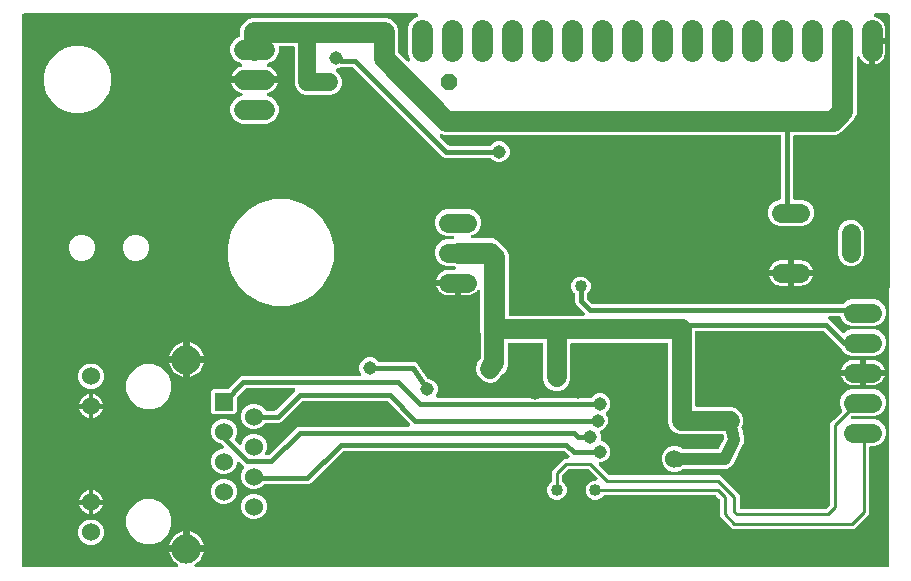
<source format=gbr>
G04 EAGLE Gerber RS-274X export*
G75*
%MOMM*%
%FSLAX34Y34*%
%LPD*%
%INBottom Copper*%
%IPPOS*%
%AMOC8*
5,1,8,0,0,1.08239X$1,22.5*%
G01*
%ADD10C,1.625600*%
%ADD11P,1.539592X8X22.500000*%
%ADD12C,1.778000*%
%ADD13R,1.524000X1.524000*%
%ADD14C,1.524000*%
%ADD15C,2.476500*%
%ADD16C,1.727200*%
%ADD17C,0.254000*%
%ADD18C,1.016000*%
%ADD19C,1.676400*%
%ADD20C,0.406400*%
%ADD21C,1.422400*%
%ADD22C,1.270000*%
%ADD23C,1.143000*%
%ADD24C,1.016000*%
%ADD25C,0.304800*%
%ADD26C,0.609600*%
%ADD27C,1.524000*%

G36*
X291756Y127827D02*
X291756Y127827D01*
X291880Y127833D01*
X291928Y127847D01*
X291977Y127853D01*
X292095Y127895D01*
X292215Y127929D01*
X292259Y127953D01*
X292305Y127970D01*
X292411Y128038D01*
X292520Y128099D01*
X292557Y128132D01*
X292598Y128159D01*
X292685Y128249D01*
X292778Y128333D01*
X292806Y128374D01*
X292840Y128410D01*
X292905Y128517D01*
X292976Y128620D01*
X292994Y128666D01*
X293019Y128709D01*
X293057Y128828D01*
X293103Y128944D01*
X293110Y128994D01*
X293126Y129041D01*
X293136Y129165D01*
X293154Y129289D01*
X293150Y129339D01*
X293154Y129388D01*
X293135Y129512D01*
X293124Y129637D01*
X293109Y129684D01*
X293102Y129733D01*
X293056Y129849D01*
X293017Y129968D01*
X292991Y130011D01*
X292973Y130057D01*
X292902Y130159D01*
X292837Y130267D01*
X292802Y130302D01*
X292774Y130343D01*
X292682Y130426D01*
X292594Y130516D01*
X292542Y130552D01*
X292515Y130576D01*
X292473Y130599D01*
X292393Y130655D01*
X291665Y131075D01*
X290113Y132266D01*
X288730Y133649D01*
X287539Y135201D01*
X286561Y136895D01*
X285812Y138703D01*
X285341Y140463D01*
X298450Y140463D01*
X298476Y140466D01*
X298502Y140464D01*
X298649Y140486D01*
X298796Y140503D01*
X298821Y140511D01*
X298847Y140515D01*
X298985Y140570D01*
X299124Y140620D01*
X299146Y140634D01*
X299171Y140644D01*
X299292Y140729D01*
X299417Y140809D01*
X299435Y140828D01*
X299457Y140843D01*
X299556Y140953D01*
X299659Y141060D01*
X299673Y141082D01*
X299690Y141102D01*
X299762Y141232D01*
X299838Y141359D01*
X299846Y141384D01*
X299859Y141407D01*
X299899Y141550D01*
X299944Y141691D01*
X299946Y141717D01*
X299953Y141742D01*
X299973Y141986D01*
X299973Y143511D01*
X299975Y143511D01*
X299975Y141986D01*
X299978Y141960D01*
X299976Y141934D01*
X299998Y141787D01*
X300015Y141640D01*
X300024Y141615D01*
X300027Y141589D01*
X300082Y141451D01*
X300132Y141312D01*
X300147Y141290D01*
X300156Y141265D01*
X300241Y141144D01*
X300321Y141019D01*
X300340Y141001D01*
X300355Y140979D01*
X300465Y140880D01*
X300572Y140777D01*
X300594Y140763D01*
X300614Y140746D01*
X300744Y140674D01*
X300871Y140598D01*
X300896Y140590D01*
X300919Y140577D01*
X301062Y140537D01*
X301203Y140492D01*
X301229Y140490D01*
X301254Y140482D01*
X301498Y140463D01*
X314607Y140463D01*
X314136Y138703D01*
X313387Y136895D01*
X312409Y135201D01*
X312126Y134832D01*
X312125Y134832D01*
X311218Y133649D01*
X309835Y132266D01*
X308283Y131075D01*
X307555Y130655D01*
X307455Y130581D01*
X307350Y130513D01*
X307315Y130477D01*
X307275Y130448D01*
X307195Y130352D01*
X307108Y130262D01*
X307082Y130220D01*
X307050Y130182D01*
X306993Y130070D01*
X306929Y129963D01*
X306914Y129916D01*
X306891Y129872D01*
X306861Y129750D01*
X306822Y129631D01*
X306818Y129582D01*
X306806Y129534D01*
X306805Y129408D01*
X306794Y129284D01*
X306802Y129235D01*
X306801Y129185D01*
X306828Y129063D01*
X306846Y128939D01*
X306865Y128893D01*
X306875Y128844D01*
X306929Y128731D01*
X306975Y128615D01*
X307003Y128574D01*
X307025Y128530D01*
X307102Y128432D01*
X307174Y128329D01*
X307211Y128296D01*
X307242Y128257D01*
X307340Y128179D01*
X307433Y128096D01*
X307476Y128072D01*
X307515Y128041D01*
X307628Y127988D01*
X307738Y127927D01*
X307786Y127914D01*
X307830Y127893D01*
X307953Y127866D01*
X308073Y127832D01*
X308135Y127827D01*
X308171Y127820D01*
X308219Y127821D01*
X308317Y127813D01*
X893701Y127813D01*
X893727Y127816D01*
X893753Y127814D01*
X893900Y127836D01*
X894047Y127853D01*
X894071Y127861D01*
X894097Y127865D01*
X894235Y127920D01*
X894375Y127970D01*
X894397Y127984D01*
X894421Y127994D01*
X894543Y128079D01*
X894668Y128159D01*
X894686Y128178D01*
X894707Y128193D01*
X894807Y128303D01*
X894910Y128410D01*
X894923Y128432D01*
X894941Y128452D01*
X895013Y128581D01*
X895089Y128709D01*
X895097Y128734D01*
X895110Y128757D01*
X895150Y128899D01*
X895195Y129041D01*
X895197Y129067D01*
X895204Y129092D01*
X895224Y129336D01*
X895299Y595072D01*
X895296Y595098D01*
X895298Y595124D01*
X895276Y595271D01*
X895259Y595418D01*
X895250Y595443D01*
X895246Y595469D01*
X895191Y595607D01*
X895141Y595746D01*
X895127Y595768D01*
X895117Y595793D01*
X895033Y595914D01*
X894952Y596039D01*
X894933Y596057D01*
X894918Y596079D01*
X894808Y596178D01*
X894702Y596281D01*
X894679Y596295D01*
X894660Y596312D01*
X894530Y596384D01*
X894403Y596460D01*
X894378Y596468D01*
X894354Y596481D01*
X894212Y596521D01*
X894071Y596566D01*
X894044Y596568D01*
X894019Y596576D01*
X893775Y596595D01*
X883619Y596595D01*
X883509Y596583D01*
X883399Y596579D01*
X883337Y596563D01*
X883272Y596555D01*
X883169Y596518D01*
X883063Y596490D01*
X883005Y596460D01*
X882944Y596438D01*
X882852Y596378D01*
X882755Y596327D01*
X882706Y596284D01*
X882652Y596249D01*
X882575Y596170D01*
X882492Y596097D01*
X882454Y596045D01*
X882409Y595998D01*
X882353Y595904D01*
X882289Y595815D01*
X882264Y595755D01*
X882231Y595699D01*
X882197Y595594D01*
X882155Y595493D01*
X882144Y595429D01*
X882124Y595367D01*
X882115Y595258D01*
X882097Y595149D01*
X882102Y595084D01*
X882096Y595020D01*
X882113Y594911D01*
X882120Y594801D01*
X882138Y594739D01*
X882148Y594675D01*
X882189Y594573D01*
X882220Y594468D01*
X882253Y594411D01*
X882277Y594351D01*
X882339Y594261D01*
X882394Y594166D01*
X882439Y594118D01*
X882476Y594065D01*
X882557Y593991D01*
X882633Y593911D01*
X882686Y593875D01*
X882734Y593832D01*
X882831Y593778D01*
X882922Y593717D01*
X883000Y593685D01*
X883039Y593663D01*
X883079Y593652D01*
X883148Y593623D01*
X884801Y593086D01*
X886404Y592269D01*
X887860Y591212D01*
X889132Y589940D01*
X890189Y588484D01*
X891006Y586881D01*
X891562Y585170D01*
X891844Y583393D01*
X891844Y576142D01*
X881429Y576142D01*
X881403Y576139D01*
X881377Y576141D01*
X881230Y576119D01*
X881083Y576102D01*
X881058Y576094D01*
X881032Y576090D01*
X880895Y576035D01*
X880755Y575985D01*
X880733Y575971D01*
X880708Y575961D01*
X880587Y575876D01*
X880462Y575796D01*
X880444Y575777D01*
X880422Y575762D01*
X880323Y575652D01*
X880220Y575545D01*
X880206Y575523D01*
X880189Y575503D01*
X880117Y575373D01*
X880041Y575246D01*
X880033Y575221D01*
X880020Y575198D01*
X879980Y575055D01*
X879935Y574914D01*
X879933Y574888D01*
X879926Y574863D01*
X879906Y574619D01*
X879906Y574110D01*
X879397Y574110D01*
X879371Y574107D01*
X879345Y574109D01*
X879198Y574087D01*
X879051Y574070D01*
X879026Y574061D01*
X879000Y574057D01*
X878862Y574003D01*
X878723Y573953D01*
X878701Y573938D01*
X878676Y573929D01*
X878555Y573844D01*
X878430Y573764D01*
X878412Y573745D01*
X878390Y573730D01*
X878291Y573620D01*
X878188Y573513D01*
X878174Y573490D01*
X878157Y573471D01*
X878085Y573341D01*
X878009Y573214D01*
X878001Y573189D01*
X877988Y573166D01*
X877948Y573023D01*
X877903Y572882D01*
X877900Y572856D01*
X877893Y572831D01*
X877874Y572587D01*
X877874Y553542D01*
X877736Y553564D01*
X876025Y554120D01*
X874422Y554937D01*
X872966Y555994D01*
X871694Y557266D01*
X870637Y558722D01*
X870291Y559400D01*
X870200Y559537D01*
X870111Y559675D01*
X870104Y559682D01*
X870099Y559690D01*
X869979Y559803D01*
X869860Y559918D01*
X869852Y559923D01*
X869845Y559929D01*
X869703Y560012D01*
X869561Y560096D01*
X869552Y560099D01*
X869544Y560104D01*
X869386Y560152D01*
X869229Y560203D01*
X869219Y560203D01*
X869210Y560206D01*
X869046Y560217D01*
X868882Y560231D01*
X868872Y560229D01*
X868863Y560230D01*
X868700Y560203D01*
X868537Y560179D01*
X868528Y560175D01*
X868519Y560174D01*
X868366Y560111D01*
X868213Y560050D01*
X868205Y560045D01*
X868196Y560041D01*
X868062Y559945D01*
X867927Y559851D01*
X867921Y559844D01*
X867913Y559839D01*
X867804Y559714D01*
X867694Y559593D01*
X867689Y559584D01*
X867683Y559577D01*
X867605Y559432D01*
X867525Y559287D01*
X867523Y559278D01*
X867518Y559270D01*
X867475Y559111D01*
X867430Y558952D01*
X867429Y558941D01*
X867427Y558933D01*
X867426Y558903D01*
X867411Y558708D01*
X867411Y511721D01*
X865593Y507333D01*
X854107Y495847D01*
X849719Y494029D01*
X815340Y494029D01*
X815314Y494026D01*
X815288Y494028D01*
X815141Y494006D01*
X814994Y493989D01*
X814969Y493981D01*
X814943Y493977D01*
X814805Y493922D01*
X814666Y493872D01*
X814644Y493858D01*
X814619Y493848D01*
X814498Y493763D01*
X814373Y493683D01*
X814355Y493664D01*
X814333Y493649D01*
X814234Y493539D01*
X814131Y493432D01*
X814117Y493410D01*
X814100Y493390D01*
X814028Y493260D01*
X813952Y493133D01*
X813944Y493108D01*
X813931Y493085D01*
X813891Y492942D01*
X813846Y492801D01*
X813844Y492775D01*
X813836Y492750D01*
X813817Y492506D01*
X813817Y440436D01*
X813820Y440410D01*
X813818Y440384D01*
X813840Y440236D01*
X813857Y440090D01*
X813865Y440065D01*
X813869Y440039D01*
X813924Y439901D01*
X813974Y439762D01*
X813988Y439740D01*
X813998Y439715D01*
X814083Y439594D01*
X814163Y439469D01*
X814182Y439451D01*
X814197Y439429D01*
X814307Y439330D01*
X814414Y439227D01*
X814436Y439213D01*
X814456Y439196D01*
X814586Y439124D01*
X814713Y439048D01*
X814738Y439040D01*
X814761Y439027D01*
X814904Y438987D01*
X815045Y438942D01*
X815071Y438940D01*
X815096Y438932D01*
X815340Y438913D01*
X822135Y438913D01*
X826243Y437211D01*
X829387Y434067D01*
X831089Y429959D01*
X831089Y425513D01*
X829387Y421405D01*
X826243Y418261D01*
X822135Y416559D01*
X801433Y416559D01*
X797325Y418261D01*
X794181Y421405D01*
X792479Y425513D01*
X792479Y429959D01*
X794181Y434067D01*
X797325Y437211D01*
X801433Y438913D01*
X802132Y438913D01*
X802158Y438916D01*
X802184Y438914D01*
X802331Y438936D01*
X802478Y438953D01*
X802503Y438961D01*
X802529Y438965D01*
X802667Y439020D01*
X802806Y439070D01*
X802828Y439084D01*
X802853Y439094D01*
X802974Y439179D01*
X803099Y439259D01*
X803117Y439278D01*
X803139Y439293D01*
X803238Y439403D01*
X803341Y439510D01*
X803355Y439532D01*
X803372Y439552D01*
X803444Y439682D01*
X803520Y439809D01*
X803528Y439834D01*
X803541Y439857D01*
X803581Y440000D01*
X803626Y440141D01*
X803628Y440167D01*
X803636Y440192D01*
X803655Y440436D01*
X803655Y492506D01*
X803652Y492532D01*
X803654Y492558D01*
X803632Y492705D01*
X803615Y492852D01*
X803607Y492877D01*
X803603Y492903D01*
X803548Y493041D01*
X803498Y493180D01*
X803484Y493202D01*
X803474Y493227D01*
X803389Y493348D01*
X803309Y493473D01*
X803290Y493491D01*
X803275Y493513D01*
X803165Y493612D01*
X803058Y493715D01*
X803036Y493729D01*
X803016Y493746D01*
X802886Y493818D01*
X802759Y493894D01*
X802734Y493902D01*
X802711Y493915D01*
X802568Y493955D01*
X802427Y494000D01*
X802401Y494002D01*
X802376Y494010D01*
X802132Y494029D01*
X517817Y494029D01*
X516498Y494576D01*
X516449Y494590D01*
X516404Y494611D01*
X516282Y494637D01*
X516163Y494671D01*
X516112Y494674D01*
X516063Y494684D01*
X515939Y494682D01*
X515815Y494688D01*
X515765Y494679D01*
X515715Y494679D01*
X515594Y494648D01*
X515472Y494626D01*
X515426Y494606D01*
X515377Y494594D01*
X515266Y494536D01*
X515152Y494487D01*
X515112Y494457D01*
X515067Y494434D01*
X514972Y494353D01*
X514872Y494279D01*
X514840Y494241D01*
X514802Y494208D01*
X514728Y494108D01*
X514647Y494013D01*
X514624Y493968D01*
X514594Y493928D01*
X514545Y493813D01*
X514488Y493703D01*
X514476Y493654D01*
X514456Y493608D01*
X514434Y493485D01*
X514404Y493365D01*
X514404Y493314D01*
X514395Y493265D01*
X514401Y493141D01*
X514399Y493016D01*
X514410Y492967D01*
X514413Y492917D01*
X514447Y492797D01*
X514474Y492676D01*
X514495Y492630D01*
X514509Y492582D01*
X514570Y492473D01*
X514623Y492361D01*
X514655Y492322D01*
X514679Y492278D01*
X514838Y492091D01*
X514841Y492089D01*
X514841Y492088D01*
X521850Y485079D01*
X521949Y485000D01*
X522043Y484916D01*
X522086Y484892D01*
X522123Y484862D01*
X522238Y484808D01*
X522348Y484747D01*
X522395Y484734D01*
X522438Y484713D01*
X522562Y484687D01*
X522684Y484652D01*
X522744Y484647D01*
X522779Y484640D01*
X522827Y484641D01*
X522927Y484633D01*
X556952Y484633D01*
X557078Y484647D01*
X557204Y484654D01*
X557250Y484667D01*
X557298Y484673D01*
X557417Y484715D01*
X557539Y484750D01*
X557581Y484774D01*
X557626Y484790D01*
X557733Y484859D01*
X557843Y484920D01*
X557889Y484960D01*
X557919Y484979D01*
X557953Y485014D01*
X558029Y485079D01*
X559932Y486981D01*
X563153Y488316D01*
X566639Y488316D01*
X569860Y486981D01*
X572325Y484516D01*
X573660Y481295D01*
X573660Y477809D01*
X572325Y474588D01*
X569860Y472123D01*
X566639Y470788D01*
X563153Y470788D01*
X559932Y472123D01*
X558029Y474025D01*
X557930Y474104D01*
X557836Y474188D01*
X557794Y474212D01*
X557756Y474242D01*
X557642Y474296D01*
X557531Y474357D01*
X557485Y474370D01*
X557441Y474391D01*
X557318Y474417D01*
X557196Y474452D01*
X557135Y474457D01*
X557100Y474464D01*
X557052Y474463D01*
X556952Y474471D01*
X519181Y474471D01*
X517907Y474999D01*
X517906Y474999D01*
X517314Y475245D01*
X441318Y551241D01*
X441219Y551320D01*
X441125Y551404D01*
X441082Y551428D01*
X441045Y551458D01*
X440930Y551512D01*
X440820Y551573D01*
X440773Y551586D01*
X440730Y551607D01*
X440606Y551633D01*
X440484Y551668D01*
X440424Y551673D01*
X440389Y551680D01*
X440341Y551679D01*
X440241Y551687D01*
X432632Y551687D01*
X432506Y551673D01*
X432380Y551666D01*
X432334Y551653D01*
X432286Y551647D01*
X432167Y551605D01*
X432045Y551570D01*
X432003Y551546D01*
X431958Y551530D01*
X431851Y551461D01*
X431741Y551400D01*
X431728Y551389D01*
X428463Y550036D01*
X427833Y550036D01*
X427733Y550025D01*
X427633Y550023D01*
X427561Y550005D01*
X427487Y549996D01*
X427392Y549963D01*
X427295Y549938D01*
X427229Y549904D01*
X427159Y549879D01*
X427074Y549824D01*
X426985Y549778D01*
X426928Y549730D01*
X426866Y549690D01*
X426796Y549618D01*
X426720Y549553D01*
X426675Y549493D01*
X426624Y549439D01*
X426572Y549353D01*
X426512Y549272D01*
X426483Y549204D01*
X426445Y549140D01*
X426414Y549044D01*
X426374Y548952D01*
X426361Y548879D01*
X426339Y548808D01*
X426331Y548708D01*
X426313Y548609D01*
X426317Y548535D01*
X426311Y548461D01*
X426326Y548361D01*
X426331Y548261D01*
X426351Y548190D01*
X426362Y548116D01*
X426399Y548023D01*
X426427Y547926D01*
X426464Y547861D01*
X426491Y547792D01*
X426548Y547710D01*
X426597Y547622D01*
X426663Y547546D01*
X426690Y547506D01*
X426716Y547482D01*
X426756Y547436D01*
X429668Y544523D01*
X430061Y543577D01*
X430062Y543575D01*
X430062Y543573D01*
X430145Y543425D01*
X430230Y543272D01*
X430231Y543271D01*
X430232Y543269D01*
X430391Y543083D01*
X430785Y542689D01*
X430785Y542132D01*
X430785Y542130D01*
X430785Y542127D01*
X430787Y542105D01*
X430786Y542085D01*
X430805Y541955D01*
X430825Y541785D01*
X430825Y541783D01*
X430826Y541781D01*
X430836Y541749D01*
X430837Y541740D01*
X430846Y541718D01*
X430901Y541549D01*
X431293Y540602D01*
X431293Y536358D01*
X430901Y535411D01*
X430900Y535409D01*
X430899Y535408D01*
X430852Y535241D01*
X430805Y535076D01*
X430805Y535074D01*
X430804Y535072D01*
X430785Y534828D01*
X430785Y534271D01*
X430391Y533877D01*
X430389Y533876D01*
X430388Y533874D01*
X430285Y533744D01*
X430174Y533604D01*
X430173Y533602D01*
X430172Y533601D01*
X430061Y533383D01*
X429668Y532437D01*
X426667Y529436D01*
X425721Y529043D01*
X425719Y529042D01*
X425717Y529042D01*
X425565Y528957D01*
X425416Y528874D01*
X425415Y528873D01*
X425413Y528872D01*
X425227Y528713D01*
X424833Y528319D01*
X424276Y528319D01*
X424274Y528319D01*
X424271Y528319D01*
X424101Y528299D01*
X423929Y528279D01*
X423927Y528279D01*
X423925Y528278D01*
X423693Y528203D01*
X422746Y527811D01*
X400214Y527811D01*
X396293Y529436D01*
X393292Y532437D01*
X391667Y536358D01*
X391667Y567690D01*
X391664Y567716D01*
X391666Y567742D01*
X391644Y567889D01*
X391627Y568036D01*
X391619Y568061D01*
X391615Y568087D01*
X391560Y568225D01*
X391510Y568364D01*
X391496Y568386D01*
X391486Y568411D01*
X391401Y568532D01*
X391321Y568657D01*
X391302Y568675D01*
X391287Y568697D01*
X391177Y568796D01*
X391070Y568899D01*
X391048Y568913D01*
X391028Y568930D01*
X390898Y569002D01*
X390771Y569078D01*
X390746Y569086D01*
X390723Y569099D01*
X390580Y569139D01*
X390439Y569184D01*
X390413Y569186D01*
X390388Y569194D01*
X390144Y569213D01*
X379476Y569213D01*
X379450Y569210D01*
X379424Y569212D01*
X379277Y569190D01*
X379130Y569173D01*
X379105Y569165D01*
X379079Y569161D01*
X378941Y569106D01*
X378802Y569056D01*
X378780Y569042D01*
X378755Y569032D01*
X378634Y568947D01*
X378509Y568867D01*
X378491Y568848D01*
X378469Y568833D01*
X378370Y568723D01*
X378267Y568616D01*
X378253Y568594D01*
X378236Y568574D01*
X378164Y568444D01*
X378088Y568317D01*
X378080Y568292D01*
X378067Y568269D01*
X378027Y568126D01*
X377982Y567985D01*
X377980Y567959D01*
X377972Y567934D01*
X377953Y567690D01*
X377953Y563588D01*
X376174Y559293D01*
X372887Y556006D01*
X368729Y554284D01*
X368589Y554206D01*
X368448Y554131D01*
X368437Y554122D01*
X368424Y554115D01*
X368306Y554007D01*
X368185Y553902D01*
X368177Y553890D01*
X368166Y553880D01*
X368075Y553749D01*
X367982Y553619D01*
X367976Y553606D01*
X367968Y553594D01*
X367909Y553445D01*
X367848Y553297D01*
X367845Y553283D01*
X367840Y553270D01*
X367817Y553111D01*
X367790Y552954D01*
X367791Y552939D01*
X367789Y552925D01*
X367803Y552765D01*
X367813Y552606D01*
X367817Y552592D01*
X367818Y552577D01*
X367867Y552425D01*
X367914Y552272D01*
X367921Y552260D01*
X367925Y552246D01*
X368008Y552109D01*
X368088Y551970D01*
X368097Y551960D01*
X368105Y551947D01*
X368216Y551833D01*
X368326Y551716D01*
X368338Y551708D01*
X368348Y551697D01*
X368482Y551611D01*
X368615Y551522D01*
X368631Y551515D01*
X368641Y551509D01*
X368677Y551496D01*
X368841Y551428D01*
X370558Y550870D01*
X372126Y550071D01*
X373549Y549037D01*
X374793Y547793D01*
X375827Y546370D01*
X376626Y544802D01*
X377112Y543305D01*
X358902Y543305D01*
X358876Y543302D01*
X358850Y543304D01*
X358703Y543282D01*
X358556Y543265D01*
X358531Y543257D01*
X358505Y543253D01*
X358368Y543198D01*
X358228Y543148D01*
X358206Y543134D01*
X358181Y543124D01*
X358060Y543039D01*
X357935Y542959D01*
X357917Y542940D01*
X357895Y542925D01*
X357796Y542815D01*
X357693Y542708D01*
X357679Y542686D01*
X357662Y542666D01*
X357630Y542609D01*
X357619Y542624D01*
X357539Y542749D01*
X357520Y542767D01*
X357505Y542789D01*
X357395Y542888D01*
X357288Y542991D01*
X357265Y543005D01*
X357246Y543022D01*
X357116Y543094D01*
X356989Y543170D01*
X356964Y543178D01*
X356941Y543191D01*
X356798Y543231D01*
X356657Y543276D01*
X356631Y543278D01*
X356606Y543286D01*
X356362Y543305D01*
X338152Y543305D01*
X338638Y544802D01*
X339437Y546370D01*
X340471Y547793D01*
X341715Y549037D01*
X343138Y550071D01*
X344706Y550870D01*
X346423Y551428D01*
X346567Y551494D01*
X346715Y551558D01*
X346727Y551567D01*
X346740Y551573D01*
X346866Y551670D01*
X346995Y551766D01*
X347004Y551777D01*
X347016Y551786D01*
X347116Y551910D01*
X347220Y552032D01*
X347226Y552045D01*
X347236Y552056D01*
X347306Y552199D01*
X347379Y552342D01*
X347382Y552356D01*
X347389Y552369D01*
X347424Y552525D01*
X347463Y552680D01*
X347463Y552695D01*
X347466Y552709D01*
X347466Y552869D01*
X347468Y553029D01*
X347465Y553043D01*
X347465Y553058D01*
X347428Y553213D01*
X347394Y553369D01*
X347387Y553383D01*
X347384Y553397D01*
X347313Y553540D01*
X347244Y553684D01*
X347235Y553696D01*
X347228Y553708D01*
X347126Y553832D01*
X347026Y553957D01*
X347015Y553965D01*
X347006Y553977D01*
X346878Y554074D01*
X346753Y554172D01*
X346737Y554180D01*
X346728Y554187D01*
X346693Y554203D01*
X346535Y554284D01*
X342377Y556006D01*
X339090Y559293D01*
X337311Y563588D01*
X337311Y568236D01*
X339090Y572531D01*
X342377Y575818D01*
X344753Y576802D01*
X344820Y576839D01*
X344891Y576867D01*
X344972Y576923D01*
X345058Y576971D01*
X345114Y577023D01*
X345177Y577066D01*
X345243Y577139D01*
X345316Y577205D01*
X345359Y577268D01*
X345410Y577325D01*
X345458Y577411D01*
X345514Y577492D01*
X345542Y577563D01*
X345579Y577630D01*
X345606Y577725D01*
X345642Y577816D01*
X345653Y577892D01*
X345674Y577965D01*
X345686Y578114D01*
X345693Y578161D01*
X345691Y578180D01*
X345693Y578209D01*
X345693Y583527D01*
X347511Y587915D01*
X350869Y591273D01*
X355257Y593091D01*
X469735Y593091D01*
X474123Y591273D01*
X477481Y587915D01*
X479299Y583527D01*
X479299Y564376D01*
X479313Y564251D01*
X479320Y564124D01*
X479333Y564078D01*
X479339Y564030D01*
X479381Y563911D01*
X479416Y563789D01*
X479440Y563747D01*
X479456Y563702D01*
X479525Y563595D01*
X479586Y563485D01*
X479626Y563439D01*
X479645Y563409D01*
X479680Y563375D01*
X479745Y563299D01*
X486845Y556198D01*
X486885Y556167D01*
X486919Y556130D01*
X487021Y556059D01*
X487118Y555982D01*
X487164Y555960D01*
X487205Y555932D01*
X487321Y555886D01*
X487434Y555833D01*
X487483Y555822D01*
X487530Y555804D01*
X487653Y555786D01*
X487774Y555760D01*
X487824Y555760D01*
X487874Y555753D01*
X487999Y555763D01*
X488123Y555766D01*
X488171Y555778D01*
X488222Y555782D01*
X488340Y555820D01*
X488461Y555851D01*
X488505Y555874D01*
X488553Y555889D01*
X488660Y555953D01*
X488771Y556010D01*
X488809Y556043D01*
X488852Y556069D01*
X488941Y556155D01*
X489036Y556236D01*
X489066Y556276D01*
X489102Y556312D01*
X489169Y556416D01*
X489243Y556516D01*
X489263Y556563D01*
X489290Y556605D01*
X489332Y556722D01*
X489381Y556836D01*
X489390Y556886D01*
X489407Y556933D01*
X489421Y557057D01*
X489443Y557179D01*
X489440Y557230D01*
X489446Y557280D01*
X489431Y557403D01*
X489425Y557527D01*
X489411Y557576D01*
X489405Y557626D01*
X489330Y557858D01*
X487474Y562338D01*
X487474Y584868D01*
X489292Y589256D01*
X492650Y592614D01*
X495187Y593665D01*
X495231Y593689D01*
X495278Y593706D01*
X495382Y593774D01*
X495491Y593834D01*
X495528Y593868D01*
X495571Y593895D01*
X495657Y593985D01*
X495749Y594068D01*
X495778Y594110D01*
X495813Y594146D01*
X495877Y594253D01*
X495947Y594355D01*
X495966Y594402D01*
X495992Y594445D01*
X496030Y594563D01*
X496075Y594679D01*
X496083Y594729D01*
X496098Y594777D01*
X496108Y594901D01*
X496126Y595024D01*
X496122Y595074D01*
X496126Y595124D01*
X496108Y595247D01*
X496097Y595371D01*
X496082Y595419D01*
X496074Y595469D01*
X496028Y595584D01*
X495990Y595703D01*
X495964Y595746D01*
X495946Y595793D01*
X495875Y595895D01*
X495810Y596001D01*
X495775Y596038D01*
X495747Y596079D01*
X495654Y596162D01*
X495568Y596251D01*
X495525Y596279D01*
X495488Y596312D01*
X495379Y596372D01*
X495274Y596440D01*
X495227Y596457D01*
X495183Y596481D01*
X495063Y596515D01*
X494946Y596556D01*
X494896Y596562D01*
X494847Y596576D01*
X494604Y596595D01*
X162428Y596595D01*
X162403Y596592D01*
X162377Y596594D01*
X162230Y596572D01*
X162082Y596555D01*
X162058Y596547D01*
X162033Y596543D01*
X161894Y596488D01*
X161754Y596438D01*
X161732Y596424D01*
X161709Y596415D01*
X161586Y596330D01*
X161461Y596249D01*
X161443Y596230D01*
X161422Y596216D01*
X161323Y596106D01*
X161219Y595998D01*
X161206Y595976D01*
X161189Y595957D01*
X161117Y595827D01*
X161040Y595699D01*
X161032Y595675D01*
X161020Y595652D01*
X160979Y595509D01*
X160934Y595367D01*
X160932Y595342D01*
X160925Y595317D01*
X160905Y595073D01*
X160531Y129337D01*
X160534Y129310D01*
X160532Y129284D01*
X160554Y129138D01*
X160571Y128991D01*
X160580Y128966D01*
X160584Y128939D01*
X160639Y128802D01*
X160688Y128663D01*
X160703Y128640D01*
X160713Y128615D01*
X160797Y128494D01*
X160877Y128370D01*
X160896Y128351D01*
X160912Y128329D01*
X161021Y128230D01*
X161127Y128127D01*
X161150Y128114D01*
X161170Y128096D01*
X161300Y128024D01*
X161426Y127948D01*
X161452Y127940D01*
X161475Y127927D01*
X161618Y127887D01*
X161758Y127842D01*
X161785Y127840D01*
X161811Y127832D01*
X162055Y127813D01*
X291631Y127813D01*
X291756Y127827D01*
G37*
%LPC*%
G36*
X762243Y160273D02*
X762243Y160273D01*
X759267Y163249D01*
X751585Y170931D01*
X751585Y184524D01*
X751571Y184650D01*
X751564Y184776D01*
X751551Y184822D01*
X751545Y184870D01*
X751503Y184989D01*
X751468Y185111D01*
X751444Y185153D01*
X751428Y185198D01*
X751359Y185305D01*
X751298Y185415D01*
X751258Y185461D01*
X751239Y185491D01*
X751204Y185525D01*
X751139Y185601D01*
X748465Y188275D01*
X748366Y188354D01*
X748272Y188438D01*
X748230Y188462D01*
X748192Y188492D01*
X748078Y188546D01*
X747967Y188607D01*
X747921Y188620D01*
X747877Y188641D01*
X747754Y188667D01*
X747632Y188702D01*
X747571Y188707D01*
X747536Y188714D01*
X747488Y188713D01*
X747388Y188721D01*
X653984Y188721D01*
X653858Y188707D01*
X653732Y188700D01*
X653686Y188687D01*
X653638Y188681D01*
X653519Y188639D01*
X653397Y188604D01*
X653355Y188580D01*
X653310Y188564D01*
X653203Y188495D01*
X653093Y188434D01*
X653047Y188394D01*
X653017Y188375D01*
X652983Y188340D01*
X652907Y188275D01*
X650781Y186149D01*
X647793Y184911D01*
X644559Y184911D01*
X641571Y186149D01*
X639285Y188435D01*
X638047Y191423D01*
X638047Y194657D01*
X639285Y197645D01*
X641571Y199931D01*
X644559Y201169D01*
X646550Y201169D01*
X646650Y201180D01*
X646750Y201182D01*
X646823Y201200D01*
X646896Y201209D01*
X646991Y201242D01*
X647088Y201267D01*
X647155Y201301D01*
X647225Y201326D01*
X647309Y201381D01*
X647398Y201427D01*
X647455Y201475D01*
X647517Y201515D01*
X647587Y201587D01*
X647664Y201652D01*
X647708Y201712D01*
X647760Y201766D01*
X647811Y201852D01*
X647871Y201933D01*
X647900Y202001D01*
X647938Y202065D01*
X647969Y202161D01*
X648009Y202253D01*
X648022Y202326D01*
X648045Y202397D01*
X648053Y202497D01*
X648070Y202596D01*
X648067Y202670D01*
X648073Y202744D01*
X648058Y202844D01*
X648053Y202944D01*
X648032Y203015D01*
X648021Y203089D01*
X647984Y203182D01*
X647956Y203279D01*
X647920Y203344D01*
X647892Y203413D01*
X647835Y203495D01*
X647786Y203583D01*
X647721Y203659D01*
X647693Y203699D01*
X647667Y203723D01*
X647627Y203769D01*
X640769Y210627D01*
X640670Y210706D01*
X640576Y210790D01*
X640534Y210814D01*
X640496Y210844D01*
X640382Y210898D01*
X640271Y210959D01*
X640225Y210972D01*
X640181Y210993D01*
X640058Y211019D01*
X639936Y211054D01*
X639875Y211059D01*
X639840Y211066D01*
X639792Y211065D01*
X639692Y211073D01*
X624212Y211073D01*
X624086Y211059D01*
X623960Y211052D01*
X623914Y211039D01*
X623866Y211033D01*
X623747Y210991D01*
X623625Y210956D01*
X623583Y210932D01*
X623538Y210916D01*
X623431Y210847D01*
X623321Y210786D01*
X623275Y210746D01*
X623245Y210727D01*
X623211Y210692D01*
X623135Y210627D01*
X618429Y205921D01*
X618350Y205822D01*
X618266Y205728D01*
X618242Y205686D01*
X618212Y205648D01*
X618158Y205534D01*
X618097Y205423D01*
X618084Y205377D01*
X618063Y205333D01*
X618037Y205210D01*
X618002Y205088D01*
X617997Y205027D01*
X617990Y204992D01*
X617991Y204944D01*
X617983Y204844D01*
X617983Y200848D01*
X617997Y200722D01*
X618004Y200596D01*
X618017Y200550D01*
X618023Y200502D01*
X618065Y200383D01*
X618100Y200261D01*
X618124Y200219D01*
X618140Y200174D01*
X618209Y200067D01*
X618270Y199957D01*
X618310Y199911D01*
X618329Y199881D01*
X618364Y199847D01*
X618429Y199771D01*
X620555Y197645D01*
X621793Y194657D01*
X621793Y191423D01*
X620555Y188435D01*
X618269Y186149D01*
X615281Y184911D01*
X612047Y184911D01*
X609059Y186149D01*
X606773Y188435D01*
X605535Y191423D01*
X605535Y194657D01*
X606773Y197645D01*
X608899Y199771D01*
X608978Y199870D01*
X609062Y199964D01*
X609086Y200006D01*
X609116Y200044D01*
X609170Y200158D01*
X609231Y200269D01*
X609244Y200315D01*
X609265Y200359D01*
X609291Y200482D01*
X609326Y200604D01*
X609331Y200665D01*
X609338Y200700D01*
X609337Y200748D01*
X609345Y200848D01*
X609345Y209053D01*
X620003Y219711D01*
X622867Y219711D01*
X622966Y219722D01*
X623067Y219724D01*
X623139Y219742D01*
X623213Y219751D01*
X623307Y219784D01*
X623405Y219809D01*
X623471Y219843D01*
X623541Y219868D01*
X623625Y219923D01*
X623715Y219969D01*
X623771Y220017D01*
X623834Y220057D01*
X623904Y220129D01*
X623980Y220194D01*
X624024Y220254D01*
X624076Y220308D01*
X624127Y220394D01*
X624187Y220475D01*
X624217Y220543D01*
X624255Y220607D01*
X624285Y220703D01*
X624325Y220795D01*
X624338Y220868D01*
X624361Y220939D01*
X624369Y221039D01*
X624387Y221138D01*
X624383Y221212D01*
X624389Y221286D01*
X624374Y221386D01*
X624369Y221486D01*
X624348Y221557D01*
X624337Y221631D01*
X624300Y221724D01*
X624272Y221821D01*
X624236Y221886D01*
X624209Y221955D01*
X624151Y222037D01*
X624102Y222125D01*
X624037Y222201D01*
X624010Y222241D01*
X623983Y222265D01*
X623944Y222311D01*
X620134Y226121D01*
X620035Y226200D01*
X619941Y226284D01*
X619898Y226308D01*
X619861Y226338D01*
X619746Y226392D01*
X619636Y226453D01*
X619589Y226466D01*
X619546Y226487D01*
X619422Y226513D01*
X619300Y226548D01*
X619240Y226553D01*
X619205Y226560D01*
X619157Y226559D01*
X619057Y226567D01*
X433519Y226567D01*
X433394Y226553D01*
X433268Y226546D01*
X433221Y226533D01*
X433173Y226527D01*
X433054Y226485D01*
X432933Y226450D01*
X432891Y226426D01*
X432845Y226410D01*
X432739Y226341D01*
X432629Y226280D01*
X432582Y226240D01*
X432552Y226221D01*
X432519Y226186D01*
X432442Y226121D01*
X405214Y198893D01*
X403347Y198119D01*
X366492Y198119D01*
X366366Y198105D01*
X366240Y198098D01*
X366194Y198085D01*
X366146Y198079D01*
X366027Y198037D01*
X365905Y198002D01*
X365863Y197978D01*
X365818Y197962D01*
X365712Y197893D01*
X365601Y197832D01*
X365555Y197792D01*
X365525Y197773D01*
X365491Y197738D01*
X365415Y197673D01*
X363167Y195426D01*
X359246Y193801D01*
X355002Y193801D01*
X351081Y195426D01*
X348080Y198427D01*
X346455Y202348D01*
X346455Y206592D01*
X348080Y210513D01*
X348593Y211027D01*
X348610Y211048D01*
X348630Y211065D01*
X348718Y211184D01*
X348810Y211300D01*
X348821Y211324D01*
X348837Y211345D01*
X348895Y211481D01*
X348959Y211615D01*
X348964Y211641D01*
X348975Y211665D01*
X349001Y211811D01*
X349032Y211956D01*
X349032Y211982D01*
X349036Y212008D01*
X349029Y212157D01*
X349026Y212304D01*
X349020Y212330D01*
X349019Y212356D01*
X348977Y212499D01*
X348941Y212642D01*
X348929Y212666D01*
X348922Y212691D01*
X348850Y212820D01*
X348782Y212952D01*
X348765Y212972D01*
X348752Y212995D01*
X348593Y213181D01*
X344993Y216782D01*
X344915Y216844D01*
X344842Y216914D01*
X344778Y216952D01*
X344720Y216998D01*
X344629Y217041D01*
X344543Y217093D01*
X344472Y217115D01*
X344405Y217147D01*
X344307Y217168D01*
X344211Y217199D01*
X344137Y217205D01*
X344064Y217221D01*
X343964Y217219D01*
X343864Y217227D01*
X343790Y217216D01*
X343716Y217215D01*
X343619Y217190D01*
X343519Y217175D01*
X343450Y217148D01*
X343378Y217130D01*
X343289Y217084D01*
X343195Y217047D01*
X343134Y217004D01*
X343068Y216970D01*
X342992Y216905D01*
X342909Y216848D01*
X342859Y216792D01*
X342803Y216744D01*
X342743Y216663D01*
X342676Y216589D01*
X342640Y216524D01*
X342595Y216464D01*
X342556Y216372D01*
X342507Y216284D01*
X342487Y216212D01*
X342457Y216144D01*
X342440Y216045D01*
X342412Y215948D01*
X342404Y215848D01*
X342396Y215801D01*
X342398Y215765D01*
X342393Y215705D01*
X342393Y215048D01*
X340768Y211127D01*
X337767Y208126D01*
X333846Y206501D01*
X329602Y206501D01*
X325681Y208126D01*
X322680Y211127D01*
X321055Y215048D01*
X321055Y219292D01*
X322680Y223213D01*
X325681Y226214D01*
X329602Y227839D01*
X330259Y227839D01*
X330358Y227850D01*
X330459Y227852D01*
X330531Y227870D01*
X330605Y227879D01*
X330699Y227912D01*
X330797Y227937D01*
X330863Y227971D01*
X330933Y227996D01*
X331017Y228051D01*
X331107Y228097D01*
X331163Y228145D01*
X331226Y228185D01*
X331296Y228257D01*
X331372Y228322D01*
X331416Y228382D01*
X331468Y228436D01*
X331520Y228522D01*
X331579Y228603D01*
X331609Y228671D01*
X331647Y228735D01*
X331677Y228830D01*
X331717Y228923D01*
X331730Y228996D01*
X331753Y229067D01*
X331761Y229167D01*
X331779Y229266D01*
X331775Y229340D01*
X331781Y229414D01*
X331766Y229513D01*
X331761Y229614D01*
X331740Y229685D01*
X331729Y229759D01*
X331692Y229852D01*
X331664Y229949D01*
X331628Y230014D01*
X331601Y230083D01*
X331543Y230165D01*
X331494Y230253D01*
X331429Y230329D01*
X331402Y230369D01*
X331375Y230393D01*
X331336Y230439D01*
X330584Y231190D01*
X330280Y231495D01*
X330278Y231496D01*
X330277Y231498D01*
X330141Y231605D01*
X330007Y231712D01*
X330005Y231712D01*
X330003Y231714D01*
X329786Y231825D01*
X325681Y233526D01*
X322680Y236527D01*
X321055Y240448D01*
X321055Y244692D01*
X322680Y248613D01*
X325681Y251614D01*
X329602Y253239D01*
X333846Y253239D01*
X337767Y251614D01*
X340768Y248613D01*
X342393Y244692D01*
X342393Y240448D01*
X340821Y236654D01*
X340800Y236580D01*
X340770Y236510D01*
X340753Y236414D01*
X340726Y236319D01*
X340722Y236242D01*
X340708Y236167D01*
X340713Y236069D01*
X340709Y235971D01*
X340722Y235895D01*
X340726Y235819D01*
X340753Y235725D01*
X340771Y235628D01*
X340802Y235558D01*
X340823Y235484D01*
X340871Y235398D01*
X340910Y235308D01*
X340956Y235247D01*
X340993Y235180D01*
X341090Y235066D01*
X341118Y235028D01*
X341132Y235016D01*
X341151Y234994D01*
X344169Y231976D01*
X344287Y231883D01*
X344401Y231786D01*
X344423Y231775D01*
X344442Y231760D01*
X344578Y231695D01*
X344712Y231627D01*
X344735Y231621D01*
X344757Y231611D01*
X344904Y231579D01*
X345050Y231543D01*
X345074Y231542D01*
X345098Y231537D01*
X345248Y231540D01*
X345398Y231538D01*
X345422Y231543D01*
X345446Y231543D01*
X345592Y231580D01*
X345739Y231612D01*
X345761Y231622D01*
X345784Y231628D01*
X345918Y231697D01*
X346054Y231762D01*
X346073Y231777D01*
X346094Y231788D01*
X346209Y231885D01*
X346326Y231979D01*
X346341Y231998D01*
X346359Y232014D01*
X346449Y232135D01*
X346542Y232253D01*
X346555Y232279D01*
X346567Y232294D01*
X346585Y232337D01*
X346653Y232470D01*
X348080Y235913D01*
X351081Y238914D01*
X355002Y240539D01*
X359246Y240539D01*
X363167Y238914D01*
X366168Y235913D01*
X367793Y231992D01*
X367793Y227748D01*
X366493Y224611D01*
X366452Y224466D01*
X366406Y224323D01*
X366404Y224299D01*
X366398Y224276D01*
X366390Y224125D01*
X366378Y223976D01*
X366382Y223952D01*
X366381Y223928D01*
X366408Y223780D01*
X366430Y223631D01*
X366439Y223609D01*
X366443Y223585D01*
X366503Y223447D01*
X366559Y223307D01*
X366573Y223287D01*
X366582Y223265D01*
X366672Y223144D01*
X366758Y223021D01*
X366776Y223005D01*
X366790Y222985D01*
X366905Y222888D01*
X367016Y222788D01*
X367038Y222776D01*
X367056Y222760D01*
X367190Y222692D01*
X367321Y222619D01*
X367345Y222613D01*
X367366Y222602D01*
X367512Y222565D01*
X367657Y222524D01*
X367686Y222522D01*
X367704Y222517D01*
X367752Y222517D01*
X367901Y222505D01*
X369121Y222505D01*
X369246Y222519D01*
X369372Y222526D01*
X369419Y222539D01*
X369467Y222545D01*
X369586Y222587D01*
X369707Y222622D01*
X369749Y222646D01*
X369795Y222662D01*
X369901Y222731D01*
X370011Y222792D01*
X370058Y222832D01*
X370088Y222851D01*
X370121Y222886D01*
X370198Y222951D01*
X393362Y246115D01*
X395229Y246889D01*
X487993Y246889D01*
X488092Y246900D01*
X488193Y246902D01*
X488265Y246920D01*
X488339Y246929D01*
X488433Y246962D01*
X488531Y246987D01*
X488597Y247021D01*
X488667Y247046D01*
X488751Y247101D01*
X488841Y247147D01*
X488897Y247195D01*
X488960Y247235D01*
X489030Y247307D01*
X489106Y247372D01*
X489150Y247432D01*
X489202Y247486D01*
X489253Y247572D01*
X489313Y247653D01*
X489343Y247721D01*
X489381Y247785D01*
X489411Y247881D01*
X489451Y247973D01*
X489464Y248046D01*
X489487Y248117D01*
X489495Y248217D01*
X489513Y248316D01*
X489509Y248390D01*
X489515Y248464D01*
X489500Y248564D01*
X489495Y248664D01*
X489474Y248735D01*
X489463Y248809D01*
X489426Y248902D01*
X489398Y248999D01*
X489362Y249064D01*
X489335Y249133D01*
X489277Y249215D01*
X489228Y249303D01*
X489163Y249379D01*
X489136Y249419D01*
X489109Y249443D01*
X489070Y249489D01*
X470375Y268184D01*
X470276Y268262D01*
X470182Y268347D01*
X470140Y268370D01*
X470102Y268400D01*
X469988Y268454D01*
X469877Y268515D01*
X469831Y268528D01*
X469787Y268549D01*
X469664Y268576D01*
X469542Y268610D01*
X469481Y268615D01*
X469446Y268622D01*
X469398Y268622D01*
X469298Y268630D01*
X398620Y268630D01*
X398494Y268615D01*
X398368Y268609D01*
X398322Y268595D01*
X398274Y268590D01*
X398155Y268547D01*
X398033Y268512D01*
X397991Y268489D01*
X397946Y268472D01*
X397839Y268404D01*
X397729Y268342D01*
X397683Y268303D01*
X397653Y268283D01*
X397619Y268249D01*
X397543Y268184D01*
X380322Y250963D01*
X378455Y250189D01*
X367585Y250189D01*
X367509Y250181D01*
X367433Y250182D01*
X367337Y250161D01*
X367239Y250149D01*
X367167Y250124D01*
X367092Y250107D01*
X367003Y250065D01*
X366911Y250032D01*
X366847Y249990D01*
X366778Y249958D01*
X366701Y249896D01*
X366618Y249843D01*
X366565Y249788D01*
X366505Y249740D01*
X366444Y249663D01*
X366376Y249592D01*
X366336Y249527D01*
X366289Y249467D01*
X366221Y249334D01*
X366197Y249293D01*
X366191Y249275D01*
X366178Y249249D01*
X366169Y249227D01*
X363167Y246226D01*
X359246Y244601D01*
X355002Y244601D01*
X351081Y246226D01*
X348080Y249227D01*
X346455Y253148D01*
X346455Y257392D01*
X348080Y261313D01*
X351081Y264314D01*
X355002Y265939D01*
X359246Y265939D01*
X363167Y264314D01*
X366169Y261313D01*
X366178Y261291D01*
X366215Y261224D01*
X366243Y261153D01*
X366299Y261073D01*
X366347Y260986D01*
X366399Y260930D01*
X366442Y260867D01*
X366515Y260801D01*
X366581Y260728D01*
X366644Y260685D01*
X366701Y260634D01*
X366787Y260586D01*
X366868Y260530D01*
X366939Y260502D01*
X367006Y260465D01*
X367101Y260438D01*
X367192Y260402D01*
X367268Y260391D01*
X367341Y260370D01*
X367490Y260358D01*
X367537Y260351D01*
X367556Y260353D01*
X367585Y260351D01*
X374709Y260351D01*
X374834Y260365D01*
X374960Y260372D01*
X375007Y260385D01*
X375055Y260391D01*
X375174Y260433D01*
X375295Y260468D01*
X375337Y260492D01*
X375383Y260508D01*
X375489Y260577D01*
X375599Y260638D01*
X375646Y260678D01*
X375676Y260697D01*
X375709Y260732D01*
X375786Y260797D01*
X391363Y276374D01*
X391788Y276799D01*
X391850Y276877D01*
X391920Y276950D01*
X391958Y277014D01*
X392004Y277072D01*
X392047Y277163D01*
X392099Y277249D01*
X392121Y277320D01*
X392153Y277387D01*
X392174Y277485D01*
X392205Y277581D01*
X392211Y277655D01*
X392227Y277728D01*
X392225Y277828D01*
X392233Y277928D01*
X392222Y278002D01*
X392221Y278076D01*
X392196Y278174D01*
X392181Y278273D01*
X392154Y278342D01*
X392136Y278414D01*
X392090Y278503D01*
X392053Y278597D01*
X392010Y278658D01*
X391976Y278724D01*
X391911Y278800D01*
X391854Y278883D01*
X391798Y278933D01*
X391750Y278989D01*
X391669Y279049D01*
X391595Y279116D01*
X391530Y279152D01*
X391470Y279197D01*
X391378Y279236D01*
X391290Y279285D01*
X391218Y279305D01*
X391150Y279335D01*
X391051Y279352D01*
X390954Y279380D01*
X390854Y279388D01*
X390807Y279396D01*
X390771Y279394D01*
X390711Y279399D01*
X350969Y279399D01*
X350844Y279385D01*
X350718Y279378D01*
X350671Y279365D01*
X350623Y279359D01*
X350504Y279317D01*
X350383Y279282D01*
X350341Y279258D01*
X350295Y279242D01*
X350189Y279173D01*
X350079Y279112D01*
X350032Y279072D01*
X350002Y279053D01*
X349969Y279018D01*
X349892Y278953D01*
X342839Y271900D01*
X342760Y271801D01*
X342676Y271707D01*
X342652Y271664D01*
X342622Y271627D01*
X342568Y271512D01*
X342507Y271402D01*
X342494Y271355D01*
X342473Y271312D01*
X342447Y271188D01*
X342412Y271066D01*
X342407Y271006D01*
X342400Y270971D01*
X342401Y270923D01*
X342393Y270823D01*
X342393Y259087D01*
X340607Y257301D01*
X322841Y257301D01*
X321055Y259087D01*
X321055Y276853D01*
X322841Y278639D01*
X334577Y278639D01*
X334702Y278653D01*
X334828Y278660D01*
X334875Y278673D01*
X334923Y278679D01*
X335042Y278721D01*
X335163Y278756D01*
X335205Y278780D01*
X335251Y278796D01*
X335357Y278865D01*
X335467Y278926D01*
X335514Y278966D01*
X335544Y278985D01*
X335577Y279020D01*
X335654Y279085D01*
X345356Y288787D01*
X347223Y289561D01*
X446348Y289561D01*
X446497Y289578D01*
X446647Y289590D01*
X446670Y289598D01*
X446694Y289601D01*
X446836Y289651D01*
X446979Y289697D01*
X447000Y289710D01*
X447022Y289718D01*
X447149Y289800D01*
X447278Y289877D01*
X447295Y289894D01*
X447315Y289907D01*
X447420Y290016D01*
X447527Y290120D01*
X447540Y290140D01*
X447557Y290158D01*
X447635Y290287D01*
X447716Y290413D01*
X447724Y290436D01*
X447736Y290457D01*
X447782Y290600D01*
X447832Y290742D01*
X447835Y290766D01*
X447842Y290789D01*
X447854Y290938D01*
X447871Y291088D01*
X447868Y291112D01*
X447870Y291136D01*
X447848Y291284D01*
X447831Y291434D01*
X447822Y291462D01*
X447819Y291481D01*
X447801Y291524D01*
X447755Y291667D01*
X446404Y294929D01*
X446404Y298415D01*
X447739Y301636D01*
X450204Y304101D01*
X453425Y305436D01*
X456911Y305436D01*
X460132Y304101D01*
X462035Y302199D01*
X462134Y302120D01*
X462228Y302036D01*
X462270Y302012D01*
X462308Y301982D01*
X462422Y301928D01*
X462533Y301867D01*
X462579Y301854D01*
X462623Y301833D01*
X462746Y301807D01*
X462868Y301772D01*
X462929Y301767D01*
X462964Y301760D01*
X463012Y301761D01*
X463112Y301753D01*
X491097Y301753D01*
X491123Y301756D01*
X491150Y301754D01*
X491393Y301782D01*
X491749Y301852D01*
X492099Y301782D01*
X492127Y301780D01*
X492154Y301772D01*
X492398Y301753D01*
X492755Y301753D01*
X493091Y301614D01*
X493116Y301606D01*
X493140Y301594D01*
X493375Y301527D01*
X493731Y301456D01*
X494028Y301257D01*
X494053Y301245D01*
X494075Y301227D01*
X494292Y301116D01*
X494622Y300979D01*
X494879Y300722D01*
X494900Y300706D01*
X494917Y300686D01*
X495109Y300534D01*
X495411Y300331D01*
X495609Y300034D01*
X495627Y300013D01*
X495641Y299988D01*
X495799Y299802D01*
X496051Y299550D01*
X496190Y299214D01*
X496203Y299191D01*
X496211Y299166D01*
X496330Y298952D01*
X503748Y287826D01*
X503814Y287748D01*
X503872Y287664D01*
X503926Y287615D01*
X503973Y287560D01*
X504055Y287499D01*
X504131Y287431D01*
X504194Y287396D01*
X504253Y287352D01*
X504346Y287312D01*
X504436Y287262D01*
X504506Y287242D01*
X504572Y287213D01*
X504673Y287195D01*
X504771Y287167D01*
X504868Y287160D01*
X504915Y287151D01*
X504952Y287153D01*
X505015Y287148D01*
X505679Y287148D01*
X508900Y285813D01*
X511365Y283348D01*
X512700Y280127D01*
X512700Y276641D01*
X511349Y273379D01*
X511307Y273234D01*
X511262Y273091D01*
X511260Y273067D01*
X511253Y273044D01*
X511246Y272893D01*
X511234Y272744D01*
X511237Y272720D01*
X511236Y272696D01*
X511263Y272548D01*
X511285Y272399D01*
X511294Y272377D01*
X511299Y272353D01*
X511359Y272215D01*
X511414Y272075D01*
X511428Y272055D01*
X511437Y272033D01*
X511527Y271912D01*
X511613Y271789D01*
X511631Y271773D01*
X511645Y271753D01*
X511760Y271656D01*
X511872Y271556D01*
X511893Y271544D01*
X511911Y271528D01*
X512045Y271460D01*
X512177Y271387D01*
X512200Y271381D01*
X512222Y271370D01*
X512367Y271333D01*
X512512Y271292D01*
X512541Y271290D01*
X512560Y271285D01*
X512607Y271285D01*
X512756Y271273D01*
X642296Y271273D01*
X642422Y271287D01*
X642548Y271294D01*
X642594Y271307D01*
X642642Y271313D01*
X642761Y271355D01*
X642883Y271390D01*
X642925Y271414D01*
X642970Y271430D01*
X643077Y271499D01*
X643187Y271560D01*
X643233Y271600D01*
X643263Y271619D01*
X643297Y271654D01*
X643373Y271719D01*
X645276Y273621D01*
X648497Y274956D01*
X651983Y274956D01*
X655204Y273621D01*
X657669Y271156D01*
X659004Y267935D01*
X659004Y264449D01*
X657669Y261228D01*
X655583Y259141D01*
X655567Y259121D01*
X655547Y259103D01*
X655458Y258984D01*
X655366Y258868D01*
X655355Y258844D01*
X655339Y258823D01*
X655281Y258687D01*
X655217Y258553D01*
X655212Y258527D01*
X655201Y258503D01*
X655175Y258357D01*
X655144Y258212D01*
X655144Y258186D01*
X655140Y258160D01*
X655147Y258012D01*
X655150Y257864D01*
X655156Y257838D01*
X655158Y257812D01*
X655199Y257670D01*
X655235Y257526D01*
X655247Y257502D01*
X655254Y257477D01*
X655327Y257348D01*
X655395Y257216D01*
X655412Y257196D01*
X655424Y257173D01*
X655583Y256987D01*
X655638Y256932D01*
X656972Y253711D01*
X656972Y250225D01*
X655637Y247004D01*
X653172Y244538D01*
X650833Y243570D01*
X650810Y243557D01*
X650786Y243549D01*
X650659Y243473D01*
X650529Y243400D01*
X650509Y243383D01*
X650487Y243369D01*
X650381Y243266D01*
X650271Y243166D01*
X650256Y243145D01*
X650237Y243126D01*
X650157Y243002D01*
X650073Y242880D01*
X650063Y242855D01*
X650049Y242833D01*
X649999Y242693D01*
X649945Y242555D01*
X649941Y242529D01*
X649932Y242505D01*
X649915Y242357D01*
X649894Y242211D01*
X649896Y242184D01*
X649893Y242158D01*
X649910Y242011D01*
X649923Y241863D01*
X649931Y241838D01*
X649934Y241812D01*
X650009Y241579D01*
X650876Y239487D01*
X650876Y235792D01*
X650884Y235716D01*
X650883Y235640D01*
X650904Y235544D01*
X650916Y235446D01*
X650941Y235374D01*
X650958Y235299D01*
X651000Y235211D01*
X651033Y235118D01*
X651075Y235054D01*
X651107Y234985D01*
X651169Y234908D01*
X651222Y234825D01*
X651277Y234772D01*
X651325Y234712D01*
X651402Y234651D01*
X651473Y234583D01*
X651538Y234544D01*
X651598Y234496D01*
X651731Y234428D01*
X651772Y234404D01*
X651790Y234398D01*
X651816Y234385D01*
X655204Y232982D01*
X657669Y230516D01*
X659004Y227295D01*
X659004Y223809D01*
X657669Y220588D01*
X655204Y218123D01*
X651983Y216788D01*
X650501Y216788D01*
X650401Y216777D01*
X650301Y216775D01*
X650228Y216757D01*
X650155Y216748D01*
X650060Y216715D01*
X649963Y216690D01*
X649896Y216656D01*
X649826Y216631D01*
X649742Y216576D01*
X649653Y216530D01*
X649596Y216482D01*
X649534Y216442D01*
X649464Y216370D01*
X649387Y216305D01*
X649343Y216245D01*
X649291Y216191D01*
X649240Y216105D01*
X649180Y216024D01*
X649151Y215956D01*
X649113Y215892D01*
X649082Y215796D01*
X649042Y215704D01*
X649029Y215631D01*
X649006Y215560D01*
X648998Y215460D01*
X648981Y215361D01*
X648984Y215287D01*
X648978Y215213D01*
X648993Y215113D01*
X648998Y215013D01*
X649019Y214942D01*
X649030Y214868D01*
X649067Y214775D01*
X649095Y214678D01*
X649131Y214613D01*
X649159Y214544D01*
X649216Y214462D01*
X649265Y214374D01*
X649330Y214298D01*
X649358Y214258D01*
X649384Y214234D01*
X649424Y214188D01*
X657679Y205933D01*
X657778Y205854D01*
X657872Y205770D01*
X657914Y205746D01*
X657952Y205716D01*
X658066Y205662D01*
X658177Y205601D01*
X658223Y205588D01*
X658267Y205567D01*
X658390Y205541D01*
X658512Y205506D01*
X658573Y205501D01*
X658608Y205494D01*
X658656Y205495D01*
X658756Y205487D01*
X751597Y205487D01*
X768351Y188733D01*
X768351Y178562D01*
X768354Y178536D01*
X768352Y178510D01*
X768374Y178363D01*
X768391Y178216D01*
X768399Y178191D01*
X768403Y178165D01*
X768458Y178027D01*
X768508Y177888D01*
X768522Y177866D01*
X768532Y177841D01*
X768617Y177720D01*
X768697Y177595D01*
X768716Y177577D01*
X768731Y177555D01*
X768841Y177456D01*
X768948Y177353D01*
X768970Y177339D01*
X768990Y177322D01*
X769120Y177250D01*
X769247Y177174D01*
X769272Y177166D01*
X769295Y177153D01*
X769438Y177113D01*
X769579Y177068D01*
X769605Y177066D01*
X769630Y177058D01*
X769874Y177039D01*
X840860Y177039D01*
X840986Y177053D01*
X841112Y177060D01*
X841158Y177073D01*
X841206Y177079D01*
X841325Y177121D01*
X841447Y177156D01*
X841489Y177180D01*
X841534Y177196D01*
X841641Y177265D01*
X841751Y177326D01*
X841797Y177366D01*
X841827Y177385D01*
X841861Y177420D01*
X841937Y177485D01*
X844611Y180159D01*
X844690Y180258D01*
X844774Y180352D01*
X844798Y180394D01*
X844828Y180432D01*
X844882Y180546D01*
X844943Y180657D01*
X844956Y180703D01*
X844977Y180747D01*
X845003Y180870D01*
X845038Y180992D01*
X845043Y181053D01*
X845050Y181088D01*
X845049Y181136D01*
X845057Y181236D01*
X845057Y249693D01*
X848033Y252669D01*
X854743Y259379D01*
X854791Y259439D01*
X854846Y259492D01*
X854899Y259575D01*
X854960Y259652D01*
X854993Y259721D01*
X855034Y259785D01*
X855067Y259878D01*
X855109Y259967D01*
X855125Y260042D01*
X855151Y260114D01*
X855162Y260212D01*
X855182Y260308D01*
X855181Y260384D01*
X855190Y260460D01*
X855178Y260558D01*
X855176Y260656D01*
X855158Y260730D01*
X855149Y260806D01*
X855103Y260949D01*
X855091Y260994D01*
X855083Y261011D01*
X855074Y261039D01*
X853439Y264985D01*
X853439Y269431D01*
X855141Y273539D01*
X858285Y276683D01*
X862393Y278385D01*
X883095Y278385D01*
X887203Y276683D01*
X890347Y273539D01*
X892049Y269431D01*
X892049Y264985D01*
X890347Y260877D01*
X887203Y257733D01*
X883095Y256031D01*
X864242Y256031D01*
X864186Y256025D01*
X864130Y256027D01*
X864013Y256005D01*
X863896Y255991D01*
X863843Y255972D01*
X863787Y255962D01*
X863582Y255879D01*
X863568Y255874D01*
X863566Y255873D01*
X863565Y255872D01*
X863561Y255870D01*
X863418Y255778D01*
X863275Y255685D01*
X863272Y255682D01*
X863269Y255680D01*
X863151Y255557D01*
X863032Y255434D01*
X863030Y255431D01*
X863028Y255428D01*
X862941Y255282D01*
X862854Y255135D01*
X862852Y255131D01*
X862850Y255128D01*
X862799Y254963D01*
X862747Y254803D01*
X862747Y254799D01*
X862746Y254796D01*
X862733Y254626D01*
X862719Y254456D01*
X862720Y254452D01*
X862720Y254448D01*
X862746Y254280D01*
X862771Y254111D01*
X862773Y254108D01*
X862773Y254104D01*
X862837Y253946D01*
X862900Y253787D01*
X862902Y253784D01*
X862903Y253780D01*
X863002Y253640D01*
X863099Y253501D01*
X863102Y253499D01*
X863104Y253495D01*
X863231Y253381D01*
X863358Y253268D01*
X863361Y253266D01*
X863364Y253263D01*
X863511Y253183D01*
X863663Y253099D01*
X863666Y253098D01*
X863670Y253096D01*
X863832Y253051D01*
X863998Y253004D01*
X864003Y253004D01*
X864006Y253003D01*
X864020Y253003D01*
X864242Y252985D01*
X883095Y252985D01*
X887203Y251283D01*
X890347Y248139D01*
X892049Y244031D01*
X892049Y239585D01*
X890347Y235477D01*
X887203Y232333D01*
X883095Y230631D01*
X879602Y230631D01*
X879576Y230628D01*
X879550Y230630D01*
X879403Y230608D01*
X879256Y230591D01*
X879231Y230583D01*
X879205Y230579D01*
X879067Y230524D01*
X878928Y230474D01*
X878906Y230460D01*
X878881Y230450D01*
X878760Y230365D01*
X878635Y230285D01*
X878617Y230266D01*
X878595Y230251D01*
X878496Y230141D01*
X878393Y230034D01*
X878379Y230012D01*
X878362Y229992D01*
X878290Y229862D01*
X878214Y229735D01*
X878206Y229710D01*
X878193Y229687D01*
X878153Y229544D01*
X878108Y229403D01*
X878106Y229377D01*
X878098Y229352D01*
X878079Y229108D01*
X878079Y172963D01*
X865389Y160273D01*
X762243Y160273D01*
G37*
%LPD*%
%LPC*%
G36*
X711110Y208787D02*
X711110Y208787D01*
X707189Y210412D01*
X704188Y213413D01*
X702563Y217334D01*
X702563Y221578D01*
X704188Y225499D01*
X707189Y228500D01*
X711110Y230125D01*
X715354Y230125D01*
X719275Y228500D01*
X719745Y228031D01*
X719844Y227952D01*
X719938Y227868D01*
X719980Y227844D01*
X720018Y227814D01*
X720132Y227760D01*
X720243Y227699D01*
X720289Y227686D01*
X720333Y227665D01*
X720457Y227639D01*
X720578Y227604D01*
X720639Y227599D01*
X720674Y227592D01*
X720722Y227593D01*
X720822Y227585D01*
X749939Y227585D01*
X749961Y227587D01*
X749983Y227585D01*
X750134Y227607D01*
X750285Y227625D01*
X750306Y227632D01*
X750328Y227635D01*
X750469Y227691D01*
X750613Y227742D01*
X750632Y227754D01*
X750653Y227762D01*
X750778Y227848D01*
X750906Y227931D01*
X750921Y227947D01*
X750940Y227960D01*
X751042Y228072D01*
X751148Y228182D01*
X751160Y228201D01*
X751175Y228217D01*
X751301Y228427D01*
X755165Y236154D01*
X755188Y236218D01*
X755220Y236278D01*
X755247Y236381D01*
X755284Y236481D01*
X755292Y236549D01*
X755309Y236615D01*
X755313Y236721D01*
X755325Y236827D01*
X755318Y236895D01*
X755320Y236963D01*
X755292Y237134D01*
X755287Y237174D01*
X755283Y237186D01*
X755280Y237204D01*
X754735Y239383D01*
X754731Y239395D01*
X754729Y239407D01*
X754728Y239408D01*
X754728Y239411D01*
X754669Y239559D01*
X754613Y239710D01*
X754605Y239722D01*
X754599Y239735D01*
X754508Y239866D01*
X754419Y239999D01*
X754409Y240009D01*
X754400Y240021D01*
X754282Y240127D01*
X754165Y240238D01*
X754152Y240245D01*
X754142Y240254D01*
X754002Y240332D01*
X753863Y240412D01*
X753849Y240416D01*
X753837Y240423D01*
X753682Y240466D01*
X753529Y240513D01*
X753515Y240514D01*
X753501Y240518D01*
X753257Y240537D01*
X717054Y240537D01*
X712853Y242278D01*
X709638Y245493D01*
X707897Y249694D01*
X707897Y316230D01*
X707894Y316256D01*
X707896Y316282D01*
X707874Y316429D01*
X707857Y316576D01*
X707849Y316601D01*
X707845Y316627D01*
X707790Y316765D01*
X707740Y316904D01*
X707726Y316926D01*
X707716Y316951D01*
X707631Y317072D01*
X707551Y317197D01*
X707532Y317215D01*
X707517Y317237D01*
X707407Y317336D01*
X707300Y317439D01*
X707278Y317453D01*
X707258Y317470D01*
X707128Y317542D01*
X707001Y317618D01*
X706976Y317626D01*
X706953Y317639D01*
X706810Y317679D01*
X706669Y317724D01*
X706643Y317726D01*
X706618Y317734D01*
X706374Y317753D01*
X626618Y317753D01*
X626592Y317750D01*
X626566Y317752D01*
X626419Y317730D01*
X626272Y317713D01*
X626247Y317705D01*
X626221Y317701D01*
X626083Y317646D01*
X625944Y317596D01*
X625922Y317582D01*
X625897Y317572D01*
X625776Y317487D01*
X625651Y317407D01*
X625633Y317388D01*
X625611Y317373D01*
X625512Y317263D01*
X625409Y317156D01*
X625395Y317134D01*
X625378Y317114D01*
X625306Y316984D01*
X625230Y316857D01*
X625222Y316832D01*
X625209Y316809D01*
X625169Y316666D01*
X625124Y316525D01*
X625122Y316499D01*
X625114Y316474D01*
X625095Y316230D01*
X625095Y286270D01*
X623354Y282069D01*
X620139Y278854D01*
X615938Y277113D01*
X611390Y277113D01*
X607189Y278854D01*
X603974Y282069D01*
X602233Y286270D01*
X602233Y316230D01*
X602230Y316256D01*
X602232Y316282D01*
X602210Y316429D01*
X602193Y316576D01*
X602185Y316601D01*
X602181Y316627D01*
X602126Y316765D01*
X602076Y316904D01*
X602062Y316926D01*
X602052Y316951D01*
X601967Y317072D01*
X601887Y317197D01*
X601868Y317215D01*
X601853Y317237D01*
X601743Y317336D01*
X601636Y317439D01*
X601614Y317453D01*
X601594Y317470D01*
X601464Y317542D01*
X601337Y317618D01*
X601312Y317626D01*
X601289Y317639D01*
X601146Y317679D01*
X601005Y317724D01*
X600979Y317726D01*
X600954Y317734D01*
X600710Y317753D01*
X573786Y317753D01*
X573760Y317750D01*
X573734Y317752D01*
X573587Y317730D01*
X573440Y317713D01*
X573415Y317705D01*
X573389Y317701D01*
X573251Y317646D01*
X573112Y317596D01*
X573090Y317582D01*
X573065Y317572D01*
X572944Y317487D01*
X572819Y317407D01*
X572801Y317388D01*
X572779Y317373D01*
X572680Y317263D01*
X572577Y317156D01*
X572563Y317134D01*
X572546Y317114D01*
X572474Y316984D01*
X572398Y316857D01*
X572390Y316832D01*
X572377Y316809D01*
X572337Y316666D01*
X572292Y316525D01*
X572290Y316499D01*
X572282Y316474D01*
X572263Y316230D01*
X572263Y298462D01*
X570522Y294261D01*
X567741Y291480D01*
X567729Y291464D01*
X567714Y291451D01*
X567560Y291261D01*
X564931Y287406D01*
X561127Y284915D01*
X556658Y284070D01*
X552207Y284999D01*
X548450Y287561D01*
X545959Y291365D01*
X545114Y295834D01*
X546043Y300285D01*
X548602Y304039D01*
X548618Y304069D01*
X548640Y304096D01*
X548751Y304314D01*
X549144Y305263D01*
X549172Y305298D01*
X549226Y305412D01*
X549287Y305523D01*
X549300Y305569D01*
X549321Y305613D01*
X549347Y305736D01*
X549382Y305858D01*
X549387Y305919D01*
X549394Y305953D01*
X549393Y306001D01*
X549401Y306102D01*
X549401Y325280D01*
X549401Y325282D01*
X549401Y325284D01*
X549381Y325454D01*
X549361Y325626D01*
X549361Y325628D01*
X549360Y325630D01*
X549285Y325863D01*
X548893Y326809D01*
X548893Y361001D01*
X548888Y361046D01*
X548891Y361092D01*
X548868Y361219D01*
X548853Y361347D01*
X548838Y361390D01*
X548830Y361435D01*
X548779Y361554D01*
X548736Y361675D01*
X548711Y361714D01*
X548693Y361756D01*
X548617Y361860D01*
X548547Y361968D01*
X548514Y362000D01*
X548487Y362037D01*
X548389Y362121D01*
X548296Y362210D01*
X548257Y362234D01*
X548222Y362264D01*
X548108Y362323D01*
X547997Y362389D01*
X547954Y362403D01*
X547913Y362424D01*
X547788Y362456D01*
X547665Y362495D01*
X547620Y362499D01*
X547575Y362510D01*
X547446Y362513D01*
X547318Y362523D01*
X547273Y362517D01*
X547227Y362518D01*
X547101Y362491D01*
X546973Y362472D01*
X546931Y362455D01*
X546886Y362445D01*
X546769Y362391D01*
X546649Y362343D01*
X546612Y362317D01*
X546570Y362298D01*
X546469Y362218D01*
X546363Y362144D01*
X546333Y362110D01*
X546297Y362082D01*
X546138Y361896D01*
X546109Y361858D01*
X544922Y360670D01*
X543564Y359683D01*
X542067Y358921D01*
X540470Y358402D01*
X538812Y358139D01*
X532383Y358139D01*
X532383Y367792D01*
X532380Y367818D01*
X532382Y367844D01*
X532360Y367991D01*
X532343Y368138D01*
X532335Y368163D01*
X532331Y368189D01*
X532276Y368326D01*
X532226Y368466D01*
X532212Y368488D01*
X532202Y368513D01*
X532117Y368634D01*
X532037Y368759D01*
X532018Y368777D01*
X532003Y368799D01*
X531893Y368898D01*
X531786Y369001D01*
X531764Y369015D01*
X531744Y369032D01*
X531614Y369104D01*
X531487Y369180D01*
X531462Y369188D01*
X531439Y369201D01*
X531296Y369241D01*
X531155Y369286D01*
X531129Y369288D01*
X531104Y369295D01*
X530860Y369315D01*
X530351Y369315D01*
X530351Y369824D01*
X530348Y369850D01*
X530350Y369876D01*
X530328Y370023D01*
X530311Y370170D01*
X530302Y370195D01*
X530298Y370221D01*
X530244Y370359D01*
X530194Y370498D01*
X530179Y370520D01*
X530170Y370545D01*
X530085Y370666D01*
X530005Y370791D01*
X529986Y370809D01*
X529971Y370831D01*
X529861Y370930D01*
X529754Y371033D01*
X529731Y371047D01*
X529712Y371064D01*
X529582Y371136D01*
X529455Y371212D01*
X529430Y371220D01*
X529407Y371233D01*
X529264Y371273D01*
X529123Y371318D01*
X529097Y371320D01*
X529072Y371328D01*
X528828Y371347D01*
X511323Y371347D01*
X511829Y372903D01*
X512591Y374400D01*
X513578Y375758D01*
X514766Y376946D01*
X516124Y377933D01*
X517621Y378695D01*
X519218Y379214D01*
X520876Y379477D01*
X526553Y379477D01*
X526603Y379482D01*
X526654Y379480D01*
X526776Y379502D01*
X526899Y379517D01*
X526947Y379534D01*
X526996Y379543D01*
X527110Y379592D01*
X527227Y379634D01*
X527270Y379661D01*
X527316Y379682D01*
X527416Y379756D01*
X527520Y379823D01*
X527555Y379859D01*
X527596Y379889D01*
X527676Y379984D01*
X527762Y380074D01*
X527788Y380117D01*
X527821Y380155D01*
X527878Y380266D01*
X527941Y380373D01*
X527957Y380421D01*
X527980Y380466D01*
X528010Y380586D01*
X528048Y380705D01*
X528052Y380755D01*
X528064Y380804D01*
X528066Y380928D01*
X528076Y381052D01*
X528068Y381102D01*
X528069Y381152D01*
X528042Y381274D01*
X528024Y381397D01*
X528005Y381444D01*
X527994Y381493D01*
X527941Y381605D01*
X527895Y381721D01*
X527866Y381762D01*
X527845Y381808D01*
X527767Y381905D01*
X527696Y382007D01*
X527659Y382040D01*
X527627Y382080D01*
X527530Y382157D01*
X527437Y382240D01*
X527393Y382265D01*
X527354Y382296D01*
X527136Y382407D01*
X525910Y382915D01*
X525908Y382916D01*
X525906Y382917D01*
X525741Y382963D01*
X525574Y383011D01*
X525572Y383011D01*
X525570Y383012D01*
X525327Y383031D01*
X519493Y383031D01*
X515385Y384733D01*
X512241Y387877D01*
X510539Y391985D01*
X510539Y396431D01*
X512241Y400539D01*
X515385Y403683D01*
X519493Y405385D01*
X525327Y405385D01*
X525391Y405392D01*
X525455Y405390D01*
X525639Y405421D01*
X525673Y405425D01*
X525682Y405428D01*
X525696Y405430D01*
X525849Y405488D01*
X526001Y405542D01*
X526011Y405549D01*
X526022Y405553D01*
X526157Y405643D01*
X526294Y405731D01*
X526302Y405740D01*
X526312Y405746D01*
X526423Y405865D01*
X526536Y405982D01*
X526542Y405992D01*
X526550Y406001D01*
X526632Y406142D01*
X526715Y406281D01*
X526719Y406292D01*
X526725Y406303D01*
X526772Y406459D01*
X526821Y406613D01*
X526822Y406625D01*
X526826Y406636D01*
X526836Y406798D01*
X526849Y406960D01*
X526847Y406972D01*
X526848Y406984D01*
X526821Y407144D01*
X526797Y407305D01*
X526793Y407316D01*
X526791Y407328D01*
X526729Y407478D01*
X526669Y407629D01*
X526662Y407639D01*
X526657Y407650D01*
X526563Y407781D01*
X526470Y407915D01*
X526461Y407923D01*
X526454Y407933D01*
X526332Y408039D01*
X526211Y408148D01*
X526200Y408154D01*
X526191Y408162D01*
X526049Y408238D01*
X525906Y408317D01*
X525894Y408320D01*
X525884Y408326D01*
X525727Y408367D01*
X525571Y408412D01*
X525556Y408413D01*
X525547Y408415D01*
X525512Y408416D01*
X525327Y408431D01*
X519493Y408431D01*
X515385Y410133D01*
X512241Y413277D01*
X510539Y417385D01*
X510539Y421831D01*
X512241Y425939D01*
X515385Y429083D01*
X519493Y430785D01*
X540195Y430785D01*
X544303Y429083D01*
X547447Y425939D01*
X549149Y421831D01*
X549149Y417385D01*
X547447Y413277D01*
X544303Y410133D01*
X541755Y409077D01*
X541711Y409053D01*
X541663Y409036D01*
X541559Y408968D01*
X541450Y408908D01*
X541413Y408874D01*
X541371Y408847D01*
X541284Y408757D01*
X541192Y408674D01*
X541163Y408632D01*
X541128Y408596D01*
X541064Y408489D01*
X540994Y408387D01*
X540975Y408340D01*
X540950Y408297D01*
X540912Y408179D01*
X540866Y408063D01*
X540859Y408013D01*
X540843Y407965D01*
X540833Y407841D01*
X540815Y407718D01*
X540819Y407668D01*
X540815Y407618D01*
X540834Y407495D01*
X540844Y407371D01*
X540860Y407323D01*
X540867Y407273D01*
X540913Y407158D01*
X540951Y407039D01*
X540977Y406996D01*
X540996Y406949D01*
X541067Y406847D01*
X541131Y406741D01*
X541166Y406704D01*
X541195Y406663D01*
X541287Y406580D01*
X541374Y406491D01*
X541416Y406463D01*
X541453Y406430D01*
X541562Y406370D01*
X541667Y406302D01*
X541714Y406285D01*
X541758Y406261D01*
X541878Y406227D01*
X541995Y406186D01*
X542045Y406180D01*
X542094Y406166D01*
X542338Y406147D01*
X559143Y406147D01*
X563531Y404329D01*
X566916Y400944D01*
X566970Y400830D01*
X567000Y400792D01*
X567024Y400750D01*
X567109Y400657D01*
X567187Y400558D01*
X567225Y400528D01*
X567258Y400492D01*
X567362Y400420D01*
X567461Y400342D01*
X567515Y400314D01*
X567544Y400294D01*
X567580Y400280D01*
X570953Y396907D01*
X572771Y392519D01*
X572771Y342138D01*
X572774Y342112D01*
X572772Y342086D01*
X572794Y341939D01*
X572811Y341792D01*
X572819Y341767D01*
X572823Y341741D01*
X572878Y341603D01*
X572928Y341464D01*
X572942Y341442D01*
X572952Y341417D01*
X573037Y341296D01*
X573117Y341171D01*
X573136Y341153D01*
X573151Y341131D01*
X573261Y341032D01*
X573368Y340929D01*
X573390Y340915D01*
X573410Y340898D01*
X573540Y340826D01*
X573667Y340750D01*
X573692Y340742D01*
X573715Y340729D01*
X573858Y340689D01*
X573999Y340644D01*
X574025Y340642D01*
X574050Y340634D01*
X574294Y340615D01*
X636075Y340615D01*
X636174Y340626D01*
X636275Y340628D01*
X636347Y340646D01*
X636421Y340655D01*
X636515Y340688D01*
X636613Y340713D01*
X636679Y340747D01*
X636749Y340772D01*
X636833Y340827D01*
X636923Y340873D01*
X636979Y340921D01*
X637042Y340961D01*
X637112Y341033D01*
X637188Y341098D01*
X637232Y341158D01*
X637284Y341212D01*
X637335Y341298D01*
X637395Y341379D01*
X637425Y341447D01*
X637463Y341511D01*
X637493Y341607D01*
X637533Y341699D01*
X637546Y341772D01*
X637569Y341843D01*
X637577Y341943D01*
X637595Y342042D01*
X637591Y342116D01*
X637597Y342190D01*
X637582Y342290D01*
X637577Y342390D01*
X637556Y342461D01*
X637545Y342535D01*
X637508Y342628D01*
X637480Y342725D01*
X637444Y342790D01*
X637417Y342859D01*
X637359Y342941D01*
X637310Y343029D01*
X637245Y343105D01*
X637218Y343145D01*
X637191Y343169D01*
X637152Y343215D01*
X629677Y350690D01*
X628903Y352557D01*
X628903Y358714D01*
X628889Y358840D01*
X628882Y358966D01*
X628869Y359012D01*
X628863Y359060D01*
X628821Y359179D01*
X628786Y359301D01*
X628762Y359343D01*
X628746Y359388D01*
X628677Y359495D01*
X628616Y359605D01*
X628576Y359651D01*
X628557Y359681D01*
X628522Y359715D01*
X628457Y359791D01*
X627093Y361155D01*
X625855Y364143D01*
X625855Y367377D01*
X627093Y370365D01*
X629379Y372651D01*
X632367Y373889D01*
X635601Y373889D01*
X638589Y372651D01*
X640875Y370365D01*
X642113Y367377D01*
X642113Y364143D01*
X640875Y361155D01*
X639511Y359791D01*
X639432Y359692D01*
X639348Y359598D01*
X639324Y359556D01*
X639294Y359518D01*
X639240Y359404D01*
X639179Y359293D01*
X639166Y359247D01*
X639145Y359203D01*
X639119Y359080D01*
X639084Y358958D01*
X639079Y358897D01*
X639072Y358862D01*
X639073Y358814D01*
X639065Y358714D01*
X639065Y356303D01*
X639070Y356260D01*
X639069Y356248D01*
X639079Y356183D01*
X639079Y356178D01*
X639086Y356052D01*
X639099Y356005D01*
X639105Y355957D01*
X639118Y355919D01*
X639121Y355903D01*
X639149Y355831D01*
X639182Y355717D01*
X639206Y355675D01*
X639222Y355629D01*
X639241Y355599D01*
X639249Y355579D01*
X639299Y355508D01*
X639352Y355413D01*
X639392Y355366D01*
X639411Y355336D01*
X639433Y355315D01*
X639448Y355293D01*
X639473Y355271D01*
X639511Y355226D01*
X643770Y350967D01*
X643869Y350888D01*
X643963Y350804D01*
X644006Y350780D01*
X644043Y350750D01*
X644158Y350696D01*
X644268Y350635D01*
X644315Y350622D01*
X644358Y350601D01*
X644482Y350575D01*
X644604Y350540D01*
X644664Y350535D01*
X644699Y350528D01*
X644747Y350529D01*
X644847Y350521D01*
X855292Y350521D01*
X855417Y350535D01*
X855543Y350542D01*
X855590Y350555D01*
X855638Y350561D01*
X855757Y350603D01*
X855878Y350638D01*
X855920Y350662D01*
X855966Y350678D01*
X856072Y350747D01*
X856182Y350808D01*
X856229Y350848D01*
X856259Y350867D01*
X856292Y350902D01*
X856369Y350967D01*
X858285Y352883D01*
X862393Y354585D01*
X883095Y354585D01*
X887203Y352883D01*
X890347Y349739D01*
X892049Y345631D01*
X892049Y341185D01*
X890347Y337077D01*
X887203Y333933D01*
X883095Y332231D01*
X862393Y332231D01*
X858285Y333933D01*
X855141Y337077D01*
X854171Y339419D01*
X854134Y339486D01*
X854105Y339557D01*
X854049Y339638D01*
X854001Y339724D01*
X853950Y339780D01*
X853906Y339843D01*
X853833Y339909D01*
X853767Y339982D01*
X853704Y340025D01*
X853648Y340076D01*
X853562Y340124D01*
X853481Y340180D01*
X853409Y340208D01*
X853343Y340245D01*
X853248Y340272D01*
X853156Y340308D01*
X853081Y340319D01*
X853007Y340340D01*
X852858Y340352D01*
X852812Y340359D01*
X852792Y340357D01*
X852763Y340359D01*
X844999Y340359D01*
X844900Y340348D01*
X844799Y340346D01*
X844727Y340328D01*
X844653Y340319D01*
X844559Y340286D01*
X844461Y340261D01*
X844395Y340227D01*
X844325Y340202D01*
X844241Y340147D01*
X844151Y340101D01*
X844095Y340053D01*
X844032Y340013D01*
X843962Y339941D01*
X843886Y339876D01*
X843842Y339816D01*
X843790Y339762D01*
X843739Y339676D01*
X843679Y339595D01*
X843649Y339527D01*
X843611Y339463D01*
X843581Y339367D01*
X843541Y339275D01*
X843528Y339202D01*
X843505Y339131D01*
X843497Y339031D01*
X843479Y338932D01*
X843483Y338858D01*
X843477Y338784D01*
X843492Y338684D01*
X843497Y338584D01*
X843518Y338513D01*
X843529Y338439D01*
X843566Y338346D01*
X843594Y338249D01*
X843630Y338184D01*
X843657Y338115D01*
X843715Y338033D01*
X843764Y337945D01*
X843829Y337869D01*
X843856Y337829D01*
X843883Y337805D01*
X843922Y337759D01*
X845769Y335912D01*
X855164Y326517D01*
X855185Y326501D01*
X855202Y326481D01*
X855321Y326392D01*
X855437Y326300D01*
X855461Y326289D01*
X855482Y326273D01*
X855618Y326215D01*
X855752Y326151D01*
X855778Y326146D01*
X855802Y326135D01*
X855948Y326109D01*
X856093Y326078D01*
X856119Y326078D01*
X856145Y326074D01*
X856294Y326081D01*
X856442Y326084D01*
X856467Y326090D01*
X856493Y326092D01*
X856636Y326133D01*
X856780Y326169D01*
X856803Y326181D01*
X856828Y326188D01*
X856957Y326261D01*
X857089Y326329D01*
X857109Y326346D01*
X857132Y326358D01*
X857319Y326517D01*
X858285Y327483D01*
X862393Y329185D01*
X883095Y329185D01*
X887203Y327483D01*
X890347Y324339D01*
X892049Y320231D01*
X892049Y315785D01*
X890347Y311677D01*
X887203Y308533D01*
X883095Y306831D01*
X862393Y306831D01*
X858285Y308533D01*
X855141Y311677D01*
X854687Y312772D01*
X854654Y312832D01*
X854648Y312847D01*
X854636Y312864D01*
X854626Y312882D01*
X854572Y312996D01*
X854542Y313034D01*
X854518Y313076D01*
X854433Y313170D01*
X854354Y313269D01*
X854316Y313299D01*
X854284Y313334D01*
X854180Y313406D01*
X854081Y313485D01*
X854027Y313512D01*
X853997Y313533D01*
X853953Y313550D01*
X853863Y313596D01*
X853610Y313701D01*
X839590Y327721D01*
X839491Y327800D01*
X839397Y327884D01*
X839354Y327908D01*
X839317Y327938D01*
X839202Y327992D01*
X839092Y328053D01*
X839045Y328066D01*
X839002Y328087D01*
X838878Y328113D01*
X838756Y328148D01*
X838696Y328153D01*
X838661Y328160D01*
X838613Y328159D01*
X838513Y328167D01*
X732282Y328167D01*
X732256Y328164D01*
X732230Y328166D01*
X732083Y328144D01*
X731936Y328127D01*
X731911Y328119D01*
X731885Y328115D01*
X731747Y328060D01*
X731608Y328010D01*
X731586Y327996D01*
X731561Y327986D01*
X731440Y327901D01*
X731315Y327821D01*
X731297Y327802D01*
X731275Y327787D01*
X731176Y327677D01*
X731073Y327570D01*
X731059Y327548D01*
X731042Y327528D01*
X730970Y327398D01*
X730894Y327271D01*
X730886Y327246D01*
X730873Y327223D01*
X730833Y327080D01*
X730788Y326939D01*
X730786Y326913D01*
X730778Y326888D01*
X730759Y326644D01*
X730759Y264922D01*
X730762Y264896D01*
X730760Y264870D01*
X730782Y264723D01*
X730799Y264576D01*
X730807Y264551D01*
X730811Y264525D01*
X730866Y264387D01*
X730916Y264248D01*
X730930Y264226D01*
X730940Y264201D01*
X731025Y264080D01*
X731105Y263955D01*
X731124Y263937D01*
X731139Y263915D01*
X731249Y263816D01*
X731356Y263713D01*
X731378Y263699D01*
X731398Y263682D01*
X731528Y263610D01*
X731655Y263534D01*
X731680Y263526D01*
X731703Y263513D01*
X731846Y263473D01*
X731987Y263428D01*
X732013Y263426D01*
X732038Y263418D01*
X732282Y263399D01*
X762242Y263399D01*
X766443Y261658D01*
X769658Y258443D01*
X771399Y254242D01*
X771399Y249694D01*
X770042Y246420D01*
X770039Y246407D01*
X770032Y246394D01*
X769991Y246239D01*
X769947Y246085D01*
X769946Y246071D01*
X769943Y246057D01*
X769938Y245897D01*
X769930Y245737D01*
X769932Y245723D01*
X769932Y245709D01*
X769972Y245468D01*
X771828Y238043D01*
X771843Y238004D01*
X771861Y237931D01*
X772255Y236749D01*
X772249Y236669D01*
X772254Y236551D01*
X772251Y236433D01*
X772263Y236362D01*
X772264Y236321D01*
X772277Y236278D01*
X772291Y236192D01*
X772310Y236115D01*
X772127Y234882D01*
X772125Y234841D01*
X772114Y234766D01*
X772026Y233523D01*
X771990Y233452D01*
X771950Y233341D01*
X771901Y233233D01*
X771885Y233162D01*
X771871Y233124D01*
X771866Y233080D01*
X771846Y232995D01*
X771834Y232916D01*
X771193Y231848D01*
X771176Y231810D01*
X771137Y231745D01*
X763328Y216127D01*
X763314Y216090D01*
X763283Y216029D01*
X762795Y214851D01*
X762759Y214816D01*
X762683Y214720D01*
X762601Y214629D01*
X762566Y214572D01*
X762543Y214543D01*
X762523Y214500D01*
X762474Y214420D01*
X762451Y214375D01*
X761489Y213540D01*
X761462Y213511D01*
X761410Y213466D01*
X760509Y212565D01*
X760462Y212545D01*
X760355Y212486D01*
X760244Y212434D01*
X760190Y212395D01*
X760157Y212376D01*
X760122Y212345D01*
X760047Y212289D01*
X760008Y212256D01*
X758800Y211853D01*
X758764Y211836D01*
X758698Y211815D01*
X757521Y211327D01*
X757470Y211327D01*
X757349Y211313D01*
X757226Y211308D01*
X757162Y211292D01*
X757124Y211287D01*
X757080Y211272D01*
X756989Y211249D01*
X756941Y211233D01*
X755669Y211323D01*
X755630Y211322D01*
X755561Y211327D01*
X721047Y211327D01*
X720922Y211313D01*
X720796Y211306D01*
X720749Y211293D01*
X720701Y211287D01*
X720582Y211245D01*
X720461Y211210D01*
X720419Y211186D01*
X720373Y211170D01*
X720362Y211163D01*
X720069Y211041D01*
X720067Y211040D01*
X720065Y211040D01*
X719921Y210959D01*
X719765Y210872D01*
X719763Y210871D01*
X719761Y210870D01*
X719575Y210711D01*
X719275Y210412D01*
X715354Y208787D01*
X711110Y208787D01*
G37*
%LPD*%
%LPC*%
G36*
X374065Y349249D02*
X374065Y349249D01*
X362631Y352313D01*
X352379Y358232D01*
X344008Y366603D01*
X338089Y376855D01*
X335025Y388289D01*
X335025Y400127D01*
X338089Y411561D01*
X344008Y421813D01*
X352379Y430184D01*
X362631Y436103D01*
X374065Y439167D01*
X385903Y439167D01*
X397337Y436103D01*
X407589Y430184D01*
X415960Y421813D01*
X421879Y411561D01*
X424943Y400127D01*
X424943Y388289D01*
X421879Y376855D01*
X415960Y366603D01*
X407589Y358232D01*
X397337Y352313D01*
X385903Y349249D01*
X374065Y349249D01*
G37*
%LPD*%
%LPC*%
G36*
X204027Y512063D02*
X204027Y512063D01*
X196791Y514002D01*
X190304Y517747D01*
X185007Y523044D01*
X181262Y529531D01*
X179323Y536767D01*
X179323Y544257D01*
X181262Y551493D01*
X185007Y557980D01*
X190304Y563277D01*
X196791Y567022D01*
X204027Y568961D01*
X211517Y568961D01*
X218753Y567022D01*
X225240Y563277D01*
X230537Y557980D01*
X234282Y551493D01*
X236221Y544257D01*
X236221Y536767D01*
X234282Y529531D01*
X230537Y523044D01*
X225240Y517747D01*
X218753Y514002D01*
X211517Y512063D01*
X204027Y512063D01*
G37*
%LPD*%
%LPC*%
G36*
X346672Y503427D02*
X346672Y503427D01*
X342377Y505206D01*
X339090Y508493D01*
X337311Y512788D01*
X337311Y517436D01*
X339090Y521731D01*
X342377Y525018D01*
X346535Y526740D01*
X346675Y526818D01*
X346816Y526893D01*
X346827Y526902D01*
X346840Y526909D01*
X346958Y527017D01*
X347079Y527122D01*
X347087Y527134D01*
X347098Y527144D01*
X347189Y527275D01*
X347282Y527405D01*
X347288Y527418D01*
X347296Y527430D01*
X347355Y527579D01*
X347416Y527727D01*
X347419Y527741D01*
X347424Y527755D01*
X347447Y527912D01*
X347474Y528070D01*
X347473Y528085D01*
X347475Y528099D01*
X347461Y528259D01*
X347451Y528418D01*
X347447Y528432D01*
X347446Y528447D01*
X347397Y528599D01*
X347350Y528752D01*
X347343Y528764D01*
X347339Y528778D01*
X347256Y528916D01*
X347176Y529054D01*
X347167Y529064D01*
X347159Y529077D01*
X347047Y529192D01*
X346938Y529308D01*
X346926Y529316D01*
X346916Y529327D01*
X346781Y529414D01*
X346649Y529502D01*
X346633Y529509D01*
X346623Y529515D01*
X346586Y529528D01*
X346423Y529596D01*
X344705Y530154D01*
X343138Y530953D01*
X341715Y531987D01*
X340471Y533231D01*
X339437Y534654D01*
X338638Y536222D01*
X338152Y537719D01*
X356362Y537719D01*
X356388Y537722D01*
X356414Y537720D01*
X356561Y537742D01*
X356708Y537759D01*
X356733Y537767D01*
X356759Y537771D01*
X356896Y537826D01*
X357036Y537876D01*
X357058Y537890D01*
X357083Y537900D01*
X357204Y537985D01*
X357329Y538065D01*
X357347Y538084D01*
X357369Y538099D01*
X357468Y538209D01*
X357571Y538316D01*
X357585Y538338D01*
X357602Y538358D01*
X357634Y538415D01*
X357645Y538400D01*
X357725Y538275D01*
X357744Y538257D01*
X357759Y538235D01*
X357869Y538136D01*
X357976Y538033D01*
X357999Y538019D01*
X358018Y538002D01*
X358148Y537930D01*
X358275Y537854D01*
X358300Y537846D01*
X358323Y537833D01*
X358466Y537793D01*
X358607Y537748D01*
X358633Y537745D01*
X358658Y537738D01*
X358902Y537719D01*
X377112Y537719D01*
X376626Y536222D01*
X375827Y534654D01*
X374793Y533231D01*
X373549Y531987D01*
X372126Y530953D01*
X370559Y530154D01*
X368841Y529596D01*
X368696Y529530D01*
X368549Y529466D01*
X368537Y529457D01*
X368524Y529451D01*
X368397Y529353D01*
X368269Y529258D01*
X368260Y529247D01*
X368248Y529238D01*
X368148Y529114D01*
X368044Y528992D01*
X368037Y528979D01*
X368028Y528968D01*
X367958Y528824D01*
X367885Y528682D01*
X367882Y528668D01*
X367875Y528655D01*
X367840Y528499D01*
X367801Y528344D01*
X367801Y528329D01*
X367798Y528315D01*
X367798Y528155D01*
X367796Y527995D01*
X367799Y527981D01*
X367799Y527966D01*
X367836Y527811D01*
X367870Y527655D01*
X367877Y527642D01*
X367880Y527627D01*
X367952Y527484D01*
X368020Y527340D01*
X368029Y527329D01*
X368036Y527316D01*
X368138Y527192D01*
X368238Y527067D01*
X368249Y527058D01*
X368258Y527047D01*
X368386Y526951D01*
X368511Y526852D01*
X368527Y526844D01*
X368536Y526837D01*
X368571Y526821D01*
X368729Y526740D01*
X372887Y525018D01*
X376174Y521731D01*
X377953Y517436D01*
X377953Y512788D01*
X376174Y508493D01*
X372887Y505206D01*
X368592Y503427D01*
X346672Y503427D01*
G37*
%LPD*%
%LPC*%
G36*
X264435Y261619D02*
X264435Y261619D01*
X257433Y264520D01*
X252074Y269879D01*
X249173Y276881D01*
X249173Y284459D01*
X252074Y291461D01*
X257433Y296820D01*
X264435Y299721D01*
X272013Y299721D01*
X279015Y296820D01*
X284374Y291461D01*
X287275Y284459D01*
X287275Y276881D01*
X284374Y269879D01*
X279015Y264520D01*
X272013Y261619D01*
X264435Y261619D01*
G37*
%LPD*%
%LPC*%
G36*
X264435Y147319D02*
X264435Y147319D01*
X257433Y150220D01*
X252074Y155579D01*
X249173Y162581D01*
X249173Y170159D01*
X252074Y177161D01*
X257433Y182520D01*
X264435Y185421D01*
X272013Y185421D01*
X279015Y182520D01*
X284374Y177161D01*
X287275Y170159D01*
X287275Y162581D01*
X284374Y155579D01*
X279015Y150220D01*
X272013Y147319D01*
X264435Y147319D01*
G37*
%LPD*%
%LPC*%
G36*
X860361Y383031D02*
X860361Y383031D01*
X856253Y384733D01*
X853109Y387877D01*
X851407Y391985D01*
X851407Y412687D01*
X853109Y416795D01*
X856253Y419939D01*
X860361Y421641D01*
X864807Y421641D01*
X868915Y419939D01*
X872059Y416795D01*
X873761Y412687D01*
X873761Y391985D01*
X872059Y387877D01*
X868915Y384733D01*
X864807Y383031D01*
X860361Y383031D01*
G37*
%LPD*%
%LPC*%
G36*
X254850Y387223D02*
X254850Y387223D01*
X250789Y388905D01*
X247681Y392013D01*
X245999Y396074D01*
X245999Y400470D01*
X247681Y404531D01*
X250789Y407639D01*
X254850Y409321D01*
X259246Y409321D01*
X263307Y407639D01*
X266415Y404531D01*
X268097Y400470D01*
X268097Y396074D01*
X266415Y392013D01*
X263307Y388905D01*
X259246Y387223D01*
X254850Y387223D01*
G37*
%LPD*%
%LPC*%
G36*
X209130Y387223D02*
X209130Y387223D01*
X205069Y388905D01*
X201961Y392013D01*
X200279Y396074D01*
X200279Y400470D01*
X201961Y404531D01*
X205069Y407639D01*
X209130Y409321D01*
X213526Y409321D01*
X217587Y407639D01*
X220695Y404531D01*
X222377Y400470D01*
X222377Y396074D01*
X220695Y392013D01*
X217587Y388905D01*
X213526Y387223D01*
X209130Y387223D01*
G37*
%LPD*%
%LPC*%
G36*
X217080Y278891D02*
X217080Y278891D01*
X213159Y280516D01*
X210158Y283517D01*
X208533Y287438D01*
X208533Y291682D01*
X210158Y295603D01*
X213159Y298604D01*
X217080Y300229D01*
X221324Y300229D01*
X225245Y298604D01*
X228246Y295603D01*
X229871Y291682D01*
X229871Y287438D01*
X228246Y283517D01*
X225245Y280516D01*
X221324Y278891D01*
X217080Y278891D01*
G37*
%LPD*%
%LPC*%
G36*
X329602Y181101D02*
X329602Y181101D01*
X325681Y182726D01*
X322680Y185727D01*
X321055Y189648D01*
X321055Y193892D01*
X322680Y197813D01*
X325681Y200814D01*
X329602Y202439D01*
X333846Y202439D01*
X337767Y200814D01*
X340768Y197813D01*
X342393Y193892D01*
X342393Y189648D01*
X340768Y185727D01*
X337767Y182726D01*
X333846Y181101D01*
X329602Y181101D01*
G37*
%LPD*%
%LPC*%
G36*
X355002Y168401D02*
X355002Y168401D01*
X351081Y170026D01*
X348080Y173027D01*
X346455Y176948D01*
X346455Y181192D01*
X348080Y185113D01*
X351081Y188114D01*
X355002Y189739D01*
X359246Y189739D01*
X363167Y188114D01*
X366168Y185113D01*
X367793Y181192D01*
X367793Y176948D01*
X366168Y173027D01*
X363167Y170026D01*
X359246Y168401D01*
X355002Y168401D01*
G37*
%LPD*%
%LPC*%
G36*
X217080Y146811D02*
X217080Y146811D01*
X213159Y148436D01*
X210158Y151437D01*
X208533Y155358D01*
X208533Y159602D01*
X210158Y163523D01*
X213159Y166524D01*
X217080Y168149D01*
X221324Y168149D01*
X225245Y166524D01*
X228246Y163523D01*
X229871Y159602D01*
X229871Y155358D01*
X228246Y151437D01*
X225245Y148436D01*
X221324Y146811D01*
X217080Y146811D01*
G37*
%LPD*%
%LPC*%
G36*
X882952Y571064D02*
X882952Y571064D01*
X891844Y571064D01*
X891844Y563813D01*
X891562Y562036D01*
X891006Y560325D01*
X890189Y558722D01*
X889132Y557266D01*
X887860Y555994D01*
X886404Y554937D01*
X884801Y554120D01*
X883090Y553564D01*
X882952Y553542D01*
X882952Y571064D01*
G37*
%LPD*%
%LPC*%
G36*
X814323Y379475D02*
X814323Y379475D01*
X814323Y387605D01*
X820752Y387605D01*
X822410Y387342D01*
X824007Y386823D01*
X825504Y386061D01*
X826862Y385074D01*
X828050Y383886D01*
X829037Y382528D01*
X829799Y381031D01*
X830305Y379475D01*
X814323Y379475D01*
G37*
%LPD*%
%LPC*%
G36*
X875283Y295147D02*
X875283Y295147D01*
X875283Y303277D01*
X881712Y303277D01*
X883370Y303014D01*
X884967Y302495D01*
X886464Y301733D01*
X887822Y300746D01*
X889010Y299558D01*
X889997Y298200D01*
X890759Y296703D01*
X891265Y295147D01*
X875283Y295147D01*
G37*
%LPD*%
%LPC*%
G36*
X793263Y379475D02*
X793263Y379475D01*
X793769Y381031D01*
X794531Y382528D01*
X795518Y383886D01*
X796706Y385074D01*
X798064Y386061D01*
X799561Y386823D01*
X801158Y387342D01*
X802816Y387605D01*
X809245Y387605D01*
X809245Y379475D01*
X793263Y379475D01*
G37*
%LPD*%
%LPC*%
G36*
X854223Y295147D02*
X854223Y295147D01*
X854729Y296703D01*
X855491Y298200D01*
X856478Y299558D01*
X857666Y300746D01*
X859024Y301733D01*
X860521Y302495D01*
X862118Y303014D01*
X863776Y303277D01*
X870205Y303277D01*
X870205Y295147D01*
X854223Y295147D01*
G37*
%LPD*%
%LPC*%
G36*
X814323Y366267D02*
X814323Y366267D01*
X814323Y374397D01*
X830305Y374397D01*
X829799Y372841D01*
X829037Y371344D01*
X828050Y369986D01*
X826862Y368798D01*
X825504Y367811D01*
X824007Y367049D01*
X822410Y366530D01*
X820752Y366267D01*
X814323Y366267D01*
G37*
%LPD*%
%LPC*%
G36*
X875283Y281939D02*
X875283Y281939D01*
X875283Y290069D01*
X891265Y290069D01*
X890759Y288513D01*
X889997Y287016D01*
X889010Y285658D01*
X887822Y284470D01*
X886464Y283483D01*
X884967Y282721D01*
X883370Y282202D01*
X881712Y281939D01*
X875283Y281939D01*
G37*
%LPD*%
%LPC*%
G36*
X802816Y366267D02*
X802816Y366267D01*
X801158Y366530D01*
X799561Y367049D01*
X798064Y367811D01*
X796706Y368798D01*
X795518Y369986D01*
X794531Y371344D01*
X793769Y372841D01*
X793263Y374397D01*
X809245Y374397D01*
X809245Y366267D01*
X802816Y366267D01*
G37*
%LPD*%
%LPC*%
G36*
X520876Y358139D02*
X520876Y358139D01*
X519218Y358402D01*
X517621Y358921D01*
X516124Y359683D01*
X514766Y360670D01*
X513578Y361858D01*
X512591Y363216D01*
X511829Y364713D01*
X511323Y366269D01*
X527305Y366269D01*
X527305Y358139D01*
X520876Y358139D01*
G37*
%LPD*%
%LPC*%
G36*
X863776Y281939D02*
X863776Y281939D01*
X862118Y282202D01*
X860521Y282721D01*
X859024Y283483D01*
X857666Y284470D01*
X856478Y285658D01*
X855491Y287016D01*
X854729Y288513D01*
X854223Y290069D01*
X870205Y290069D01*
X870205Y281939D01*
X863776Y281939D01*
G37*
%LPD*%
%LPC*%
G36*
X303021Y306577D02*
X303021Y306577D01*
X303021Y318163D01*
X304781Y317692D01*
X306589Y316943D01*
X308283Y315965D01*
X309835Y314774D01*
X311218Y313391D01*
X312409Y311839D01*
X313387Y310145D01*
X314136Y308337D01*
X314607Y306577D01*
X303021Y306577D01*
G37*
%LPD*%
%LPC*%
G36*
X303021Y146557D02*
X303021Y146557D01*
X303021Y158143D01*
X304781Y157672D01*
X306589Y156923D01*
X308283Y155945D01*
X309835Y154754D01*
X311218Y153371D01*
X312409Y151819D01*
X313387Y150125D01*
X314136Y148317D01*
X314607Y146557D01*
X303021Y146557D01*
G37*
%LPD*%
%LPC*%
G36*
X285341Y306577D02*
X285341Y306577D01*
X285812Y308337D01*
X286561Y310145D01*
X287539Y311839D01*
X288217Y312723D01*
X288218Y312723D01*
X288730Y313391D01*
X290113Y314774D01*
X291665Y315965D01*
X293359Y316943D01*
X295167Y317692D01*
X296927Y318163D01*
X296927Y306577D01*
X285341Y306577D01*
G37*
%LPD*%
%LPC*%
G36*
X285341Y146557D02*
X285341Y146557D01*
X285812Y148317D01*
X286561Y150125D01*
X287539Y151819D01*
X288278Y152782D01*
X288730Y153371D01*
X290113Y154754D01*
X291665Y155945D01*
X293359Y156923D01*
X295167Y157672D01*
X296927Y158143D01*
X296927Y146557D01*
X285341Y146557D01*
G37*
%LPD*%
%LPC*%
G36*
X303021Y300483D02*
X303021Y300483D01*
X314607Y300483D01*
X314136Y298723D01*
X313387Y296915D01*
X312409Y295221D01*
X312065Y294773D01*
X311218Y293669D01*
X309835Y292286D01*
X308283Y291095D01*
X306589Y290117D01*
X304781Y289368D01*
X303021Y288897D01*
X303021Y300483D01*
G37*
%LPD*%
%LPC*%
G36*
X295167Y289368D02*
X295167Y289368D01*
X293359Y290117D01*
X291665Y291095D01*
X290113Y292286D01*
X288730Y293669D01*
X287539Y295221D01*
X286561Y296915D01*
X285812Y298723D01*
X285341Y300483D01*
X296927Y300483D01*
X296927Y288897D01*
X295167Y289368D01*
G37*
%LPD*%
%LPC*%
G36*
X221233Y266191D02*
X221233Y266191D01*
X221233Y274126D01*
X221581Y274071D01*
X223102Y273576D01*
X224527Y272850D01*
X225821Y271910D01*
X226952Y270779D01*
X227892Y269485D01*
X228618Y268060D01*
X229113Y266539D01*
X229168Y266191D01*
X221233Y266191D01*
G37*
%LPD*%
%LPC*%
G36*
X221233Y184911D02*
X221233Y184911D01*
X221233Y192846D01*
X221581Y192791D01*
X223102Y192296D01*
X224527Y191570D01*
X225821Y190630D01*
X226952Y189499D01*
X227892Y188205D01*
X228618Y186780D01*
X229113Y185259D01*
X229168Y184911D01*
X221233Y184911D01*
G37*
%LPD*%
%LPC*%
G36*
X221233Y180849D02*
X221233Y180849D01*
X229168Y180849D01*
X229113Y180501D01*
X228618Y178980D01*
X227892Y177555D01*
X226952Y176261D01*
X225821Y175130D01*
X224527Y174190D01*
X223102Y173464D01*
X221581Y172969D01*
X221233Y172914D01*
X221233Y180849D01*
G37*
%LPD*%
%LPC*%
G36*
X209236Y266191D02*
X209236Y266191D01*
X209291Y266539D01*
X209786Y268060D01*
X210512Y269485D01*
X211452Y270779D01*
X212583Y271910D01*
X213877Y272850D01*
X215302Y273576D01*
X216823Y274071D01*
X217171Y274126D01*
X217171Y266191D01*
X209236Y266191D01*
G37*
%LPD*%
%LPC*%
G36*
X221233Y262129D02*
X221233Y262129D01*
X229168Y262129D01*
X229113Y261781D01*
X228618Y260260D01*
X227892Y258835D01*
X226952Y257541D01*
X225821Y256410D01*
X224527Y255470D01*
X223102Y254744D01*
X221581Y254249D01*
X221233Y254194D01*
X221233Y262129D01*
G37*
%LPD*%
%LPC*%
G36*
X209236Y184911D02*
X209236Y184911D01*
X209291Y185259D01*
X209786Y186780D01*
X210512Y188205D01*
X211452Y189499D01*
X212583Y190630D01*
X213877Y191570D01*
X215302Y192296D01*
X216823Y192791D01*
X217171Y192846D01*
X217171Y184911D01*
X209236Y184911D01*
G37*
%LPD*%
%LPC*%
G36*
X216823Y254249D02*
X216823Y254249D01*
X215302Y254744D01*
X213877Y255470D01*
X212583Y256410D01*
X211452Y257541D01*
X210512Y258835D01*
X209786Y260260D01*
X209291Y261781D01*
X209236Y262129D01*
X217171Y262129D01*
X217171Y254194D01*
X216823Y254249D01*
G37*
%LPD*%
%LPC*%
G36*
X216823Y172969D02*
X216823Y172969D01*
X215302Y173464D01*
X213877Y174190D01*
X212583Y175130D01*
X211452Y176261D01*
X210512Y177555D01*
X209786Y178980D01*
X209291Y180501D01*
X209236Y180849D01*
X217171Y180849D01*
X217171Y172914D01*
X216823Y172969D01*
G37*
%LPD*%
%LPC*%
G36*
X299973Y303529D02*
X299973Y303529D01*
X299973Y303531D01*
X299975Y303531D01*
X299975Y303529D01*
X299973Y303529D01*
G37*
%LPD*%
D10*
X864616Y343408D02*
X880872Y343408D01*
X880872Y318008D02*
X864616Y318008D01*
X864616Y292608D02*
X880872Y292608D01*
X880872Y267208D02*
X864616Y267208D01*
X864616Y241808D02*
X880872Y241808D01*
D11*
X420624Y538480D03*
X522224Y538480D03*
D12*
X880413Y564713D02*
X880413Y582493D01*
X855013Y582493D02*
X855013Y564713D01*
X829613Y564713D02*
X829613Y582493D01*
X804213Y582493D02*
X804213Y564713D01*
X778813Y564713D02*
X778813Y582493D01*
X753413Y582493D02*
X753413Y564713D01*
X728013Y564713D02*
X728013Y582493D01*
X702613Y582493D02*
X702613Y564713D01*
X677213Y564713D02*
X677213Y582493D01*
X651813Y582493D02*
X651813Y564713D01*
X626413Y564713D02*
X626413Y582493D01*
X601013Y582493D02*
X601013Y564713D01*
X575613Y564713D02*
X575613Y582493D01*
X550213Y582493D02*
X550213Y564713D01*
X524813Y564713D02*
X524813Y582493D01*
X499413Y582493D02*
X499413Y564713D01*
D13*
X331724Y267970D03*
D14*
X357124Y255270D03*
X331724Y242570D03*
X357124Y229870D03*
X331724Y217170D03*
X357124Y204470D03*
X331724Y191770D03*
X357124Y179070D03*
D15*
X299974Y303530D03*
X299974Y143510D03*
D14*
X219202Y157480D03*
X219202Y182880D03*
X219202Y289560D03*
X219202Y264160D03*
D16*
X348996Y515112D02*
X366268Y515112D01*
X366268Y540512D02*
X348996Y540512D01*
X348996Y565912D02*
X366268Y565912D01*
D10*
X521716Y368808D02*
X537972Y368808D01*
X537972Y394208D02*
X521716Y394208D01*
X521716Y419608D02*
X537972Y419608D01*
X862584Y410464D02*
X862584Y394208D01*
X819912Y427736D02*
X803656Y427736D01*
X803656Y376936D02*
X819912Y376936D01*
D17*
X723534Y251968D02*
X723393Y251827D01*
D12*
X556768Y394208D02*
X529844Y394208D01*
D18*
X556768Y394208D02*
X560832Y390144D01*
D12*
X560832Y329184D01*
D19*
X719328Y329184D02*
X719328Y251968D01*
X719328Y329184D02*
X613664Y329184D01*
X723534Y251968D02*
X759968Y251968D01*
D18*
X764032Y235712D01*
X755904Y219456D01*
X713232Y219456D01*
D19*
X719328Y251968D02*
X723252Y251968D01*
D18*
X723393Y251827D01*
D19*
X613664Y329184D02*
X563812Y329184D01*
X613664Y329184D02*
X613664Y288544D01*
D20*
X713232Y219456D02*
X717296Y215392D01*
X856488Y318008D02*
X872744Y318008D01*
X856488Y318008D02*
X841248Y333248D01*
X719328Y333248D01*
X719328Y329184D01*
D21*
X563812Y329184D02*
X560832Y329184D01*
D19*
X558800Y298704D02*
X556768Y295724D01*
X558800Y298704D02*
X560832Y300736D01*
X560832Y329184D01*
D14*
X713232Y219456D03*
X723393Y251827D03*
D22*
X560832Y329184D03*
X556768Y295724D03*
D14*
X613664Y288544D03*
D23*
X276352Y225552D03*
X877824Y144272D03*
D24*
X595376Y300736D03*
D23*
X469392Y186944D03*
X489712Y312928D03*
X753872Y154432D03*
X499872Y154432D03*
X723392Y178816D03*
D24*
X595376Y274320D03*
D23*
X518160Y312928D03*
X503936Y312928D03*
X422656Y329184D03*
X631952Y276352D03*
X782320Y274320D03*
X782320Y251968D03*
X782320Y231648D03*
X782320Y211328D03*
X881888Y497840D03*
X434848Y510032D03*
X479552Y489712D03*
X434848Y489712D03*
X455168Y510032D03*
X625856Y140208D03*
X625856Y156464D03*
X759968Y314960D03*
X759968Y367792D03*
X759968Y408432D03*
X666496Y180848D03*
X699008Y180848D03*
X581152Y191008D03*
X560832Y191008D03*
X532384Y191008D03*
X414528Y510032D03*
X455168Y489712D03*
X414528Y489712D03*
X849376Y432816D03*
X609600Y367792D03*
X585216Y367792D03*
X487680Y186944D03*
X516128Y347472D03*
X536448Y347472D03*
X260096Y314960D03*
X349504Y329184D03*
X398272Y329184D03*
X447040Y329184D03*
X670560Y300736D03*
X638048Y300736D03*
X670560Y286512D03*
X672592Y258064D03*
X577088Y440944D03*
X605536Y408432D03*
X782320Y191008D03*
X792480Y144272D03*
X475488Y140208D03*
X219456Y225552D03*
X247904Y225552D03*
X195072Y225552D03*
X195072Y290576D03*
X191008Y156464D03*
X304800Y225552D03*
X304800Y341376D03*
X272288Y369824D03*
X239776Y341376D03*
X211328Y314960D03*
X174752Y339344D03*
X211328Y367792D03*
X239776Y367792D03*
X302768Y367792D03*
X302768Y396240D03*
X302768Y428752D03*
X258064Y424688D03*
X213360Y424688D03*
X524256Y174752D03*
X174752Y459232D03*
X654304Y300736D03*
X650240Y286512D03*
X670560Y272288D03*
X585216Y408432D03*
X585216Y424688D03*
X605536Y424688D03*
X597408Y440944D03*
X605536Y392176D03*
X585216Y392176D03*
X373888Y329184D03*
X824992Y144272D03*
X386080Y140208D03*
X345440Y140208D03*
D20*
X633984Y353568D02*
X633984Y365760D01*
X633984Y353568D02*
X642112Y345440D01*
X870712Y345440D01*
X872744Y343408D01*
D24*
X633984Y365760D03*
D17*
X613664Y207264D02*
X613664Y193040D01*
X613664Y207264D02*
X621792Y215392D01*
X849376Y247904D02*
X865632Y264160D01*
X869696Y264160D01*
X872744Y267208D01*
X642112Y215392D02*
X621792Y215392D01*
X642112Y215392D02*
X656336Y201168D01*
X749808Y201168D01*
X764032Y186944D01*
X764032Y174752D01*
X766064Y172720D01*
X843280Y172720D01*
X849376Y178816D01*
X849376Y247904D01*
D24*
X613664Y193040D03*
D17*
X872744Y241808D02*
X873760Y240792D01*
X749808Y193040D02*
X646176Y193040D01*
X749808Y193040D02*
X755904Y186944D01*
X755904Y172720D01*
X764032Y164592D01*
X863600Y164592D01*
X873760Y174752D01*
X873760Y240792D01*
D24*
X646176Y193040D03*
D20*
X402336Y203200D02*
X358394Y203200D01*
X357124Y204470D01*
X627888Y225552D02*
X650240Y225552D01*
X627888Y225552D02*
X621792Y231648D01*
X430784Y231648D01*
X402336Y203200D01*
D23*
X650240Y225552D03*
D20*
X371856Y217424D02*
X351536Y217424D01*
X333248Y235712D01*
X333248Y241046D01*
X331724Y242570D01*
X631952Y237744D02*
X642112Y237744D01*
X631952Y237744D02*
X627888Y241808D01*
X396240Y241808D01*
X371856Y217424D01*
D23*
X642112Y237744D03*
D17*
X359664Y254000D02*
X357632Y251968D01*
D20*
X358394Y254000D02*
X359664Y254000D01*
D17*
X358394Y254000D02*
X357124Y255270D01*
D20*
X377444Y255270D01*
X395884Y273710D01*
X472034Y273710D01*
X493776Y251968D01*
X648208Y251968D01*
D23*
X648208Y251968D03*
D20*
X479552Y284480D02*
X348234Y284480D01*
X331724Y267970D01*
X497840Y266192D02*
X650240Y266192D01*
X497840Y266192D02*
X479552Y284480D01*
D23*
X650240Y266192D03*
D20*
X857148Y556768D02*
X857148Y571468D01*
X855013Y573603D01*
D12*
X625856Y505968D02*
X601472Y505968D01*
X625856Y505968D02*
X650240Y505968D01*
X678688Y505968D01*
X727456Y505968D02*
X755904Y505968D01*
X780288Y505968D01*
X804672Y505968D01*
D25*
X853440Y572030D02*
X855013Y573603D01*
X808736Y505968D02*
X804672Y505968D01*
D12*
X727456Y505968D02*
X703072Y505968D01*
X678688Y505968D01*
X808736Y505968D02*
X847344Y505968D01*
X855472Y514096D01*
X855472Y569080D01*
D26*
X855013Y573603D01*
D12*
X577088Y505968D02*
X550672Y505968D01*
X577088Y505968D02*
X601472Y505968D01*
D20*
X577088Y505968D02*
X550672Y505968D01*
X808736Y505968D02*
X808736Y430784D01*
X811784Y427736D01*
D12*
X550672Y505968D02*
X520192Y505968D01*
X467360Y558800D02*
X467360Y581152D01*
X402336Y581152D02*
X357632Y581152D01*
X402336Y581152D02*
X467360Y581152D01*
X357632Y581152D02*
X357632Y565912D01*
X467360Y558800D02*
X520192Y505968D01*
D27*
X420624Y538480D02*
X402336Y538480D01*
X402336Y581152D01*
D24*
X577088Y505968D03*
X601472Y505968D03*
X625856Y505968D03*
X650240Y505968D03*
X678688Y505968D03*
X703072Y505968D03*
X727456Y505968D03*
X755904Y505968D03*
X780288Y505968D03*
X804672Y505968D03*
X550672Y505968D03*
D20*
X564896Y479552D02*
X520192Y479552D01*
X442976Y556768D01*
X430784Y556768D01*
X426720Y558800D01*
D23*
X564896Y479552D03*
X426720Y558800D03*
D25*
X677213Y573603D02*
X678180Y572636D01*
D20*
X491744Y296672D02*
X503936Y278384D01*
X491744Y296672D02*
X455168Y296672D01*
D23*
X503936Y278384D03*
X455168Y296672D03*
M02*

</source>
